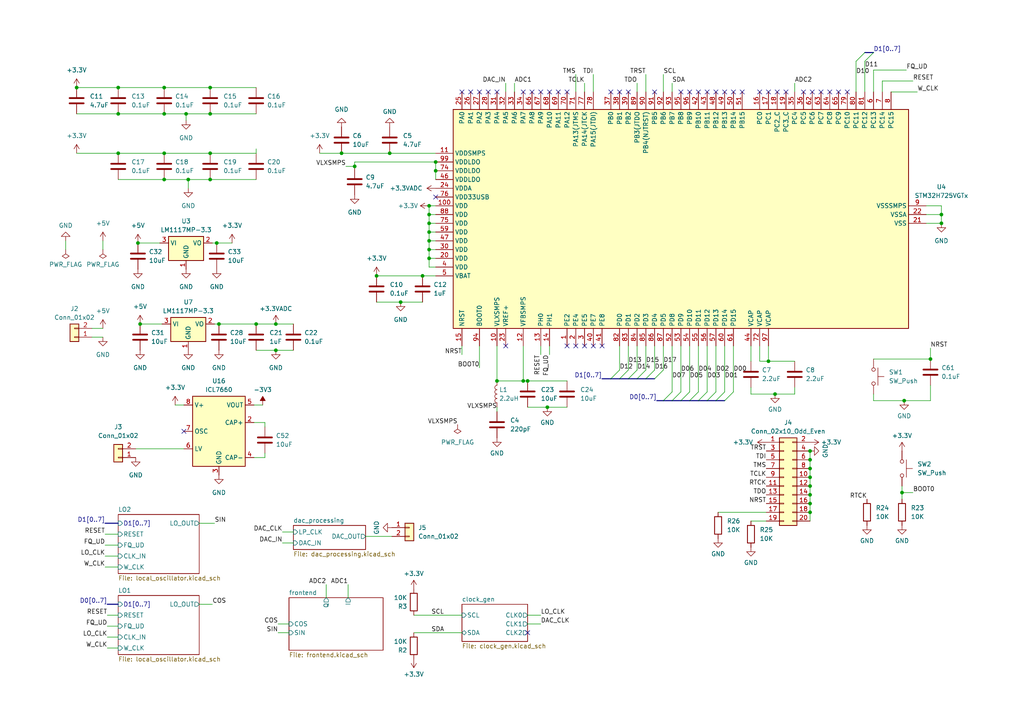
<source format=kicad_sch>
(kicad_sch (version 20230121) (generator eeschema)

  (uuid 8520eda6-8ea2-46c6-b936-856b6ab0ca14)

  (paper "A4")

  

  (junction (at 124.46 74.93) (diameter 0) (color 0 0 0 0)
    (uuid 001cb814-5c93-41d3-8de3-c74cb05c1abe)
  )
  (junction (at 269.875 104.14) (diameter 0) (color 0 0 0 0)
    (uuid 02269c7d-0ac2-4f74-90bf-c27c5cf06486)
  )
  (junction (at 261.62 142.875) (diameter 0) (color 0 0 0 0)
    (uuid 0cf4438e-91db-4980-a4ec-ab5fa16e846a)
  )
  (junction (at 124.46 64.77) (diameter 0) (color 0 0 0 0)
    (uuid 1abc60d4-acb4-4af5-bd6f-38e173967c6e)
  )
  (junction (at 124.46 69.85) (diameter 0) (color 0 0 0 0)
    (uuid 21851806-fb11-4180-9adf-e8afe0eafb3a)
  )
  (junction (at 47.625 44.45) (diameter 0) (color 0 0 0 0)
    (uuid 3538b336-3a6d-4b14-a22b-0172fd059099)
  )
  (junction (at 40.005 70.485) (diameter 0) (color 0 0 0 0)
    (uuid 3b1f6215-d663-486d-aa17-8bb5a267ab27)
  )
  (junction (at 34.29 33.02) (diameter 0) (color 0 0 0 0)
    (uuid 3d375a8d-5235-4abe-9f0c-2fa486086461)
  )
  (junction (at 60.96 25.4) (diameter 0) (color 0 0 0 0)
    (uuid 3da8f4dd-e12d-4946-a628-2f1baee6a4b3)
  )
  (junction (at 99.06 44.45) (diameter 0) (color 0 0 0 0)
    (uuid 40a800ec-d3f1-42ab-82c6-f1da8979ad5c)
  )
  (junction (at 54.61 52.07) (diameter 0) (color 0 0 0 0)
    (uuid 44336764-e33e-4f53-97e0-a2ee8b40f23e)
  )
  (junction (at 234.95 138.43) (diameter 0) (color 0 0 0 0)
    (uuid 4685e945-90fb-4995-bc9c-c324c6c1becd)
  )
  (junction (at 222.885 104.775) (diameter 0) (color 0 0 0 0)
    (uuid 48091bf6-aa66-4814-8e00-fc4c00e5dfd3)
  )
  (junction (at 116.205 87.63) (diameter 0) (color 0 0 0 0)
    (uuid 4dc8e745-7366-42db-a0e4-52ee9bc86b42)
  )
  (junction (at 102.87 48.26) (diameter 0) (color 0 0 0 0)
    (uuid 4e70bac6-5c01-4740-8ce9-0934b8286cde)
  )
  (junction (at 124.46 62.23) (diameter 0) (color 0 0 0 0)
    (uuid 588e6ae3-b50e-4ca4-b8a9-2ad2f39e77bc)
  )
  (junction (at 47.625 52.07) (diameter 0) (color 0 0 0 0)
    (uuid 5c712a11-d122-4a6a-9597-f76288cde5dc)
  )
  (junction (at 144.145 110.49) (diameter 0) (color 0 0 0 0)
    (uuid 5d3cf3e8-98f6-4d18-a6d5-a0095acf6686)
  )
  (junction (at 158.75 118.11) (diameter 0) (color 0 0 0 0)
    (uuid 6fb90090-24c9-4d35-ba6d-173d05da40d9)
  )
  (junction (at 40.64 93.98) (diameter 0) (color 0 0 0 0)
    (uuid 72d9a9f9-f7ba-42f6-888d-f185057727c2)
  )
  (junction (at 80.01 101.6) (diameter 0) (color 0 0 0 0)
    (uuid 73298084-1901-4033-b610-9a83e802c07b)
  )
  (junction (at 124.46 59.69) (diameter 0) (color 0 0 0 0)
    (uuid 7561055b-a235-485c-b87b-483db59c957e)
  )
  (junction (at 47.625 33.02) (diameter 0) (color 0 0 0 0)
    (uuid 838387cb-c64a-4f52-abfc-73294c39deee)
  )
  (junction (at 224.79 114.3) (diameter 0) (color 0 0 0 0)
    (uuid 865f2b7f-ce2f-4db7-9711-8fe9aef01ceb)
  )
  (junction (at 62.865 70.485) (diameter 0) (color 0 0 0 0)
    (uuid 8c0c2c95-0b3a-4d21-8c4f-b6dc99656bbe)
  )
  (junction (at 22.225 25.4) (diameter 0) (color 0 0 0 0)
    (uuid 8d7884e2-9e69-4cc4-80ac-8c9a6c1fe1dc)
  )
  (junction (at 60.96 33.02) (diameter 0) (color 0 0 0 0)
    (uuid 90ab65b0-f8f7-487f-9e0c-ea09b825bcd4)
  )
  (junction (at 60.96 44.45) (diameter 0) (color 0 0 0 0)
    (uuid 93c72025-ab91-4d79-8f72-edf7856e5358)
  )
  (junction (at 234.95 140.97) (diameter 0) (color 0 0 0 0)
    (uuid 98e08b8c-64c0-4889-b755-051f296d9e75)
  )
  (junction (at 60.96 52.07) (diameter 0) (color 0 0 0 0)
    (uuid a02ca9f6-9762-4055-b65f-b4439ef18e22)
  )
  (junction (at 234.95 148.59) (diameter 0) (color 0 0 0 0)
    (uuid a12c4f71-9d11-4212-98c7-2de31113220f)
  )
  (junction (at 234.95 146.05) (diameter 0) (color 0 0 0 0)
    (uuid a2aea04e-56d7-4eda-b209-d23e87706202)
  )
  (junction (at 124.46 72.39) (diameter 0) (color 0 0 0 0)
    (uuid a594be39-7435-4d88-aa0b-ded26c8ac536)
  )
  (junction (at 34.29 44.45) (diameter 0) (color 0 0 0 0)
    (uuid a5cc575d-3f7a-4f7f-a772-1618cb58e018)
  )
  (junction (at 47.625 25.4) (diameter 0) (color 0 0 0 0)
    (uuid ab9d855c-1c89-47fc-8e38-124e8f193189)
  )
  (junction (at 109.22 80.01) (diameter 0) (color 0 0 0 0)
    (uuid af3065ca-2b52-469c-9f9f-832f91433bb6)
  )
  (junction (at 262.255 116.205) (diameter 0) (color 0 0 0 0)
    (uuid b3466aa0-28cf-4fad-a34f-0efb0957e5a1)
  )
  (junction (at 53.975 33.02) (diameter 0) (color 0 0 0 0)
    (uuid ba5b02d6-7218-425d-8977-94ee7b8cffdb)
  )
  (junction (at 234.95 143.51) (diameter 0) (color 0 0 0 0)
    (uuid c40ab0d4-d441-4b33-a206-0ab972447945)
  )
  (junction (at 126.365 49.53) (diameter 0) (color 0 0 0 0)
    (uuid c70b992c-e8ce-4e41-aa34-a4edfd71a6be)
  )
  (junction (at 153.035 110.49) (diameter 0) (color 0 0 0 0)
    (uuid c960a969-32cf-418e-af14-61ad635466f7)
  )
  (junction (at 126.365 46.99) (diameter 0) (color 0 0 0 0)
    (uuid c9d78c12-006e-47e6-a062-32c72e5b3b25)
  )
  (junction (at 151.765 110.49) (diameter 0) (color 0 0 0 0)
    (uuid cd263ad6-4d51-4d96-9133-c0feb68ccd88)
  )
  (junction (at 234.95 135.89) (diameter 0) (color 0 0 0 0)
    (uuid d115f61a-39d6-4775-b835-5a19298d1472)
  )
  (junction (at 273.05 62.23) (diameter 0) (color 0 0 0 0)
    (uuid dd7e7a68-86d7-4152-a3e7-977578c2e427)
  )
  (junction (at 63.5 93.98) (diameter 0) (color 0 0 0 0)
    (uuid deb7f2f4-9b94-4f2e-a601-93c479432f4f)
  )
  (junction (at 234.95 130.81) (diameter 0) (color 0 0 0 0)
    (uuid df105c21-db27-478e-ba7b-0b748a07c6de)
  )
  (junction (at 74.295 93.98) (diameter 0) (color 0 0 0 0)
    (uuid e057da7a-2092-4e25-825e-beafa7c25f9b)
  )
  (junction (at 122.555 80.01) (diameter 0) (color 0 0 0 0)
    (uuid e842e330-fd93-45ff-b16b-5fe40d5eea93)
  )
  (junction (at 34.29 25.4) (diameter 0) (color 0 0 0 0)
    (uuid e9666db9-042c-4b1a-a92c-ef04a3bedb20)
  )
  (junction (at 234.95 133.35) (diameter 0) (color 0 0 0 0)
    (uuid e98a1b74-c58d-4d31-b97f-72592680ed64)
  )
  (junction (at 80.01 93.98) (diameter 0) (color 0 0 0 0)
    (uuid e9b40354-dbe3-484e-9240-fc5559c129a4)
  )
  (junction (at 124.46 67.31) (diameter 0) (color 0 0 0 0)
    (uuid ea3f3ed6-5138-4fd5-84a6-97a2c105e947)
  )
  (junction (at 273.05 64.77) (diameter 0) (color 0 0 0 0)
    (uuid f0821b5d-7a6b-4b3e-b9b9-3ee6a91b9743)
  )
  (junction (at 113.03 44.45) (diameter 0) (color 0 0 0 0)
    (uuid f9864fac-75b0-4bf2-bb0a-7d9f10a8186b)
  )

  (no_connect (at 189.865 26.67) (uuid 0727f6ce-f5d1-40b8-a1b9-8cccace60861))
  (no_connect (at 136.525 26.67) (uuid 165a6fc1-e603-48c3-a4ec-b866e2d8ed77))
  (no_connect (at 177.165 26.67) (uuid 17bcb4c2-8b43-4eb6-9a73-ae68fbb6f7d1))
  (no_connect (at 197.485 26.67) (uuid 1d356966-af4d-4028-be66-fbcdde81872f))
  (no_connect (at 156.845 26.67) (uuid 1f479bf3-acad-4717-9863-c967c4a9e6c7))
  (no_connect (at 225.425 26.67) (uuid 217a7215-8409-41ef-8bfe-ed7a16462c2b))
  (no_connect (at 182.245 26.67) (uuid 24177fbd-3b55-4c7e-a129-2edb4a615270))
  (no_connect (at 238.125 26.67) (uuid 2a17c08c-5a2a-423d-a483-30386384dd8c))
  (no_connect (at 179.705 26.67) (uuid 2a8fc393-6108-444b-95f8-aa3469b1b07e))
  (no_connect (at 240.665 26.67) (uuid 30c2c9f2-353d-48bd-b297-1cbcd138381a))
  (no_connect (at 215.265 26.67) (uuid 374b91fd-fa1e-488d-8d42-bd8ce76597ff))
  (no_connect (at 212.725 26.67) (uuid 3880f4fa-1921-40b7-8425-22ff1a9b2d1a))
  (no_connect (at 139.065 26.67) (uuid 42cdd0bf-a15c-49c2-9414-8d5fbdf49ae6))
  (no_connect (at 174.625 100.33) (uuid 4587ac96-2e26-466d-8c8b-26147e50b3f7))
  (no_connect (at 202.565 26.67) (uuid 49301fa7-ceeb-4b75-b2a4-20f23a9fa8b0))
  (no_connect (at 233.045 26.67) (uuid 4940066c-7c0b-4774-95c2-a3f50416ca42))
  (no_connect (at 164.465 100.33) (uuid 4d30f582-80ed-45e7-b97f-42d524077300))
  (no_connect (at 245.745 26.67) (uuid 69aac2d3-58c1-417a-9624-d8d2739b2a2b))
  (no_connect (at 200.025 26.67) (uuid 6bc25d4e-77a2-431f-aa6b-efedbc68bea3))
  (no_connect (at 159.385 26.67) (uuid 7bb440cd-00c1-4024-989e-938b38ee329c))
  (no_connect (at 146.685 100.33) (uuid 7f3f8f32-06cc-4ec1-a0d8-d4807b2e4b9f))
  (no_connect (at 144.145 26.67) (uuid 85c471b9-388d-46f3-9b9b-40557dea8f08))
  (no_connect (at 133.985 26.67) (uuid a0b86e10-a303-49ed-8dc2-2b24b61039a7))
  (no_connect (at 154.305 26.67) (uuid a5dee010-33e1-4272-9fe2-35fcab34bc7f))
  (no_connect (at 53.34 125.095) (uuid a64a76e8-9a5a-4f45-988a-8820bf10304f))
  (no_connect (at 167.005 100.33) (uuid a8e4c826-f2ab-441f-a285-068daead4a44))
  (no_connect (at 141.605 26.67) (uuid af372112-9622-4b5e-900a-19e2518eb458))
  (no_connect (at 220.345 26.67) (uuid bf0be700-baad-4279-96f7-8e4610f637af))
  (no_connect (at 169.545 100.33) (uuid bf6e4b5e-74a2-44eb-b6a4-6e57007f095d))
  (no_connect (at 153.035 183.515) (uuid caca453d-d720-4bd6-a696-a2f4a1221b3d))
  (no_connect (at 243.205 26.67) (uuid ccc0fd35-1d9c-46aa-acfd-761bcecfa7f7))
  (no_connect (at 164.465 26.67) (uuid cd390bdd-c96b-4255-84e2-416eb891c1b7))
  (no_connect (at 207.645 26.67) (uuid d0e6da6f-6623-47d1-80a6-f99e4196b605))
  (no_connect (at 210.185 26.67) (uuid dbde3bb8-b67b-47e8-8994-94fa0444902d))
  (no_connect (at 227.965 26.67) (uuid e4e6b0a0-cf3d-45f5-9eb4-a138c45232bd))
  (no_connect (at 161.925 26.67) (uuid effdb286-6e6f-42f5-8296-1100f493f9d4))
  (no_connect (at 172.085 100.33) (uuid f2b485bf-6131-4f06-ba4c-db8f9f94d60d))
  (no_connect (at 222.885 26.67) (uuid f7855c29-209f-4d33-9531-236da7930a73))
  (no_connect (at 235.585 26.67) (uuid fa7da8f9-1d71-4aa5-a90b-b51ee4a94ccf))
  (no_connect (at 205.105 26.67) (uuid fb4145b5-5a33-4cd0-abc4-5a11c14c7523))
  (no_connect (at 126.365 57.15) (uuid fc3a6694-0742-4d97-987b-a9253fc6b6c8))
  (no_connect (at 151.765 26.67) (uuid fef954e6-47e3-4277-a0db-7b3a009faa20))

  (bus_entry (at 250.825 15.24) (size -2.54 2.54)
    (stroke (width 0) (type default))
    (uuid 021e4b3b-8d09-4316-8f41-73d86c78ffc1)
  )
  (bus_entry (at 200.025 116.205) (size 2.54 -2.54)
    (stroke (width 0) (type default))
    (uuid 0b6af008-a565-45a8-abf8-385c2cfa861d)
  )
  (bus_entry (at 189.865 109.855) (size 2.54 -2.54)
    (stroke (width 0) (type default))
    (uuid 14a89589-daa2-432c-a9e1-b0e6c2187069)
  )
  (bus_entry (at 197.485 116.205) (size 2.54 -2.54)
    (stroke (width 0) (type default))
    (uuid 1b852516-7be1-4396-a110-1923668f79ab)
  )
  (bus_entry (at 184.785 109.855) (size 2.54 -2.54)
    (stroke (width 0) (type default))
    (uuid 4eeae5aa-96ab-47a0-a751-d93a5d489009)
  )
  (bus_entry (at 253.365 15.24) (size -2.54 2.54)
    (stroke (width 0) (type default))
    (uuid 6c5cc3a8-f7b9-490c-ac1d-6fd800ab27e9)
  )
  (bus_entry (at 207.645 116.205) (size 2.54 -2.54)
    (stroke (width 0) (type default))
    (uuid 7cf97915-f2df-4e6c-9ed9-7b39e53e40c0)
  )
  (bus_entry (at 205.105 116.205) (size 2.54 -2.54)
    (stroke (width 0) (type default))
    (uuid 918b8e29-5d6b-46a2-af1c-dc235031dfb0)
  )
  (bus_entry (at 210.185 116.205) (size 2.54 -2.54)
    (stroke (width 0) (type default))
    (uuid a54c3241-8e7c-42b3-af18-5a3d5fc040d5)
  )
  (bus_entry (at 182.245 109.855) (size 2.54 -2.54)
    (stroke (width 0) (type default))
    (uuid ad5f066e-0ab2-4d90-a681-ad9ff92f3d8c)
  )
  (bus_entry (at 177.165 109.855) (size 2.54 -2.54)
    (stroke (width 0) (type default))
    (uuid b2cf3a6d-c1ba-4a6d-9c55-f47615007b9c)
  )
  (bus_entry (at 194.945 116.205) (size 2.54 -2.54)
    (stroke (width 0) (type default))
    (uuid babda99b-c307-4b99-bdfa-af35b37d4e58)
  )
  (bus_entry (at 192.405 116.205) (size 2.54 -2.54)
    (stroke (width 0) (type default))
    (uuid c6d056c5-8de8-4a4f-9872-5982d4c327f3)
  )
  (bus_entry (at 187.325 109.855) (size 2.54 -2.54)
    (stroke (width 0) (type default))
    (uuid e4e385fa-ea4d-4f0a-8526-e37e3348a633)
  )
  (bus_entry (at 202.565 116.205) (size 2.54 -2.54)
    (stroke (width 0) (type default))
    (uuid e743815d-6911-4e1b-a896-d6c4393399bd)
  )
  (bus_entry (at 179.705 109.855) (size 2.54 -2.54)
    (stroke (width 0) (type default))
    (uuid f422b12b-31f0-4dfc-8345-0d18f11ee3f6)
  )

  (wire (pts (xy 57.785 175.26) (xy 61.595 175.26))
    (stroke (width 0) (type default))
    (uuid 008bf9b0-751e-473f-bba2-f6166decf7e5)
  )
  (wire (pts (xy 100.33 48.26) (xy 102.87 48.26))
    (stroke (width 0) (type default))
    (uuid 00fe5160-496c-4c6d-8933-f37d3beab8ff)
  )
  (wire (pts (xy 22.225 44.45) (xy 34.29 44.45))
    (stroke (width 0) (type default))
    (uuid 01718aa2-a76a-42a6-be93-56d8780e391c)
  )
  (wire (pts (xy 74.295 101.6) (xy 80.01 101.6))
    (stroke (width 0) (type default))
    (uuid 01f470d8-13c2-4449-9d9f-b93c36338987)
  )
  (wire (pts (xy 80.01 101.6) (xy 85.09 101.6))
    (stroke (width 0) (type default))
    (uuid 0313fb54-f50c-44d4-8632-ed6dcd8a0f94)
  )
  (wire (pts (xy 81.915 157.48) (xy 85.09 157.48))
    (stroke (width 0) (type default))
    (uuid 0441fb4f-7791-43e9-8b78-8611e073ed95)
  )
  (wire (pts (xy 133.985 100.33) (xy 133.985 102.87))
    (stroke (width 0) (type default))
    (uuid 088d9ef7-53e6-4fbd-b966-39aba8c4b374)
  )
  (wire (pts (xy 151.765 100.33) (xy 151.765 110.49))
    (stroke (width 0) (type default))
    (uuid 08e87432-efd9-4eab-8154-17dfdde04ac3)
  )
  (wire (pts (xy 234.95 130.81) (xy 234.95 133.35))
    (stroke (width 0) (type default))
    (uuid 0b01c096-9521-48bc-8a5c-3cb953e8cc6e)
  )
  (wire (pts (xy 189.865 100.33) (xy 189.865 107.315))
    (stroke (width 0) (type default))
    (uuid 0b41133a-d9ae-4dbf-a450-5cd2bb2c95b9)
  )
  (wire (pts (xy 208.28 148.59) (xy 222.25 148.59))
    (stroke (width 0) (type default))
    (uuid 0bfc159a-5260-46ce-b29b-1c487edc8b86)
  )
  (wire (pts (xy 34.29 44.45) (xy 47.625 44.45))
    (stroke (width 0) (type default))
    (uuid 0dfbc6fe-874c-449b-b27d-2320e3622cad)
  )
  (wire (pts (xy 156.845 100.33) (xy 156.845 102.87))
    (stroke (width 0) (type default))
    (uuid 0e02dae2-f0d4-43d4-b9af-d62c5453899a)
  )
  (wire (pts (xy 158.75 118.11) (xy 164.465 118.11))
    (stroke (width 0) (type default))
    (uuid 0f3a7b17-673b-43a3-97b3-034aaa812707)
  )
  (wire (pts (xy 253.365 116.205) (xy 262.255 116.205))
    (stroke (width 0) (type default))
    (uuid 116c262a-ae2c-4042-9d69-b230f380e5e0)
  )
  (wire (pts (xy 212.725 100.33) (xy 212.725 113.665))
    (stroke (width 0) (type default))
    (uuid 117a8dcd-abba-4998-b3ad-7bd31b911f87)
  )
  (wire (pts (xy 255.905 23.495) (xy 264.795 23.495))
    (stroke (width 0) (type default))
    (uuid 122585e4-63f8-4df2-a88c-72d058bc4d04)
  )
  (wire (pts (xy 74.295 43.18) (xy 74.295 44.45))
    (stroke (width 0) (type default))
    (uuid 128d1907-c1d0-4645-b3fa-a1e7f6ceb554)
  )
  (wire (pts (xy 197.485 100.33) (xy 197.485 113.665))
    (stroke (width 0) (type default))
    (uuid 13778348-2c97-4aef-b0f4-7086b63cc0d9)
  )
  (wire (pts (xy 54.61 52.07) (xy 54.61 54.61))
    (stroke (width 0) (type default))
    (uuid 1548a193-8a4c-4278-b824-1e310e7264f6)
  )
  (wire (pts (xy 63.5 93.98) (xy 74.295 93.98))
    (stroke (width 0) (type default))
    (uuid 17234ab9-4e68-40d8-bfd6-96cf3f597eb8)
  )
  (wire (pts (xy 29.845 69.85) (xy 29.845 72.39))
    (stroke (width 0) (type default))
    (uuid 1ad3fd36-c4a8-4231-8ed3-4ff0182684a4)
  )
  (wire (pts (xy 210.185 100.33) (xy 210.185 113.665))
    (stroke (width 0) (type default))
    (uuid 1c37692f-f9c5-44bc-875b-a48486fe6f15)
  )
  (wire (pts (xy 116.205 87.63) (xy 122.555 87.63))
    (stroke (width 0) (type default))
    (uuid 1cd6958f-f7b1-46ad-9e2d-b6f9d0af553f)
  )
  (bus (pts (xy 184.785 109.855) (xy 182.245 109.855))
    (stroke (width 0) (type default))
    (uuid 21aa005e-9745-4fbe-96e6-94a538e7ead1)
  )

  (wire (pts (xy 102.87 48.26) (xy 102.87 48.895))
    (stroke (width 0) (type default))
    (uuid 22e595d3-330c-40e6-8a5b-13f79d11b162)
  )
  (wire (pts (xy 76.835 132.715) (xy 76.835 131.445))
    (stroke (width 0) (type default))
    (uuid 2565eac8-4a85-4575-bfce-be0d3047ee60)
  )
  (wire (pts (xy 73.66 117.475) (xy 76.2 117.475))
    (stroke (width 0) (type default))
    (uuid 25df4cf1-9879-4e91-9206-99171ecc7832)
  )
  (wire (pts (xy 47.625 52.07) (xy 54.61 52.07))
    (stroke (width 0) (type default))
    (uuid 265c4cf9-1bd1-432d-b9f7-99f27519d326)
  )
  (wire (pts (xy 153.035 180.975) (xy 156.845 180.975))
    (stroke (width 0) (type default))
    (uuid 27152d4d-d5c4-46cc-a738-832dbe9b57b4)
  )
  (wire (pts (xy 40.64 93.98) (xy 46.99 93.98))
    (stroke (width 0) (type default))
    (uuid 291e40b1-bdc5-4cd2-b58e-e8189287c16c)
  )
  (wire (pts (xy 230.505 112.395) (xy 230.505 114.3))
    (stroke (width 0) (type default))
    (uuid 296bf757-3c0b-494e-92a3-e930d3ffbe50)
  )
  (wire (pts (xy 30.48 164.465) (xy 34.29 164.465))
    (stroke (width 0) (type default))
    (uuid 2b384ae0-314d-48e1-9144-1ecc4bcf11e1)
  )
  (wire (pts (xy 30.48 161.29) (xy 34.29 161.29))
    (stroke (width 0) (type default))
    (uuid 2da4d9c7-476d-4167-a419-e3f21966eea5)
  )
  (wire (pts (xy 34.29 33.02) (xy 47.625 33.02))
    (stroke (width 0) (type default))
    (uuid 2e5fef62-59a9-4e92-899d-402f64ea7c32)
  )
  (wire (pts (xy 144.145 110.49) (xy 151.765 110.49))
    (stroke (width 0) (type default))
    (uuid 2ed74cc9-bdac-4ace-a3ee-d157236c5f66)
  )
  (wire (pts (xy 113.03 44.45) (xy 126.365 44.45))
    (stroke (width 0) (type default))
    (uuid 2ee90013-c198-4329-a036-6175b68ce8ff)
  )
  (wire (pts (xy 62.865 70.485) (xy 67.31 70.485))
    (stroke (width 0) (type default))
    (uuid 30df5eba-74dc-4d9f-aff3-733dbcd8ea1e)
  )
  (wire (pts (xy 124.46 67.31) (xy 126.365 67.31))
    (stroke (width 0) (type default))
    (uuid 3140ea10-0181-47b3-b3aa-3b9b63f2971e)
  )
  (wire (pts (xy 269.875 100.965) (xy 269.875 104.14))
    (stroke (width 0) (type default))
    (uuid 3275bf57-6d8a-4502-9d84-dbe40f682550)
  )
  (bus (pts (xy 190.5 116.205) (xy 192.405 116.205))
    (stroke (width 0) (type default))
    (uuid 33509e80-99e5-4935-a522-492f181e4793)
  )

  (wire (pts (xy 234.95 148.59) (xy 234.95 151.13))
    (stroke (width 0) (type default))
    (uuid 3667a2d9-4354-48aa-ac9e-b3bcfc5c8567)
  )
  (wire (pts (xy 234.95 143.51) (xy 234.95 146.05))
    (stroke (width 0) (type default))
    (uuid 36c698ad-94f3-4134-8f15-e14c0aabc40d)
  )
  (wire (pts (xy 167.005 21.59) (xy 167.005 26.67))
    (stroke (width 0) (type default))
    (uuid 36cdb1e2-835f-4551-b6af-933fc5ef6ad8)
  )
  (wire (pts (xy 73.66 132.715) (xy 76.835 132.715))
    (stroke (width 0) (type default))
    (uuid 3a7e9a20-05ed-49b4-86d8-2a4b6c960f08)
  )
  (bus (pts (xy 202.565 116.205) (xy 205.105 116.205))
    (stroke (width 0) (type default))
    (uuid 3a7f7a07-b8fb-4789-b9a5-327320915e81)
  )

  (wire (pts (xy 159.385 100.33) (xy 159.385 102.87))
    (stroke (width 0) (type default))
    (uuid 3adb7d15-2c90-40bd-89ee-54ff0c0ff80f)
  )
  (wire (pts (xy 153.035 178.435) (xy 156.845 178.435))
    (stroke (width 0) (type default))
    (uuid 3b3a61a5-5925-450a-8702-08c4aa18616c)
  )
  (wire (pts (xy 73.66 122.555) (xy 76.835 122.555))
    (stroke (width 0) (type default))
    (uuid 3bba2f89-3156-443e-a87e-8d1a7765c5c3)
  )
  (wire (pts (xy 124.46 62.23) (xy 124.46 64.77))
    (stroke (width 0) (type default))
    (uuid 3d2ed7a4-9a04-4b56-bcb7-9740906bc54f)
  )
  (wire (pts (xy 144.145 100.33) (xy 144.145 110.49))
    (stroke (width 0) (type default))
    (uuid 420dddef-0744-4fb3-885e-502e8c78af8c)
  )
  (wire (pts (xy 124.46 59.69) (xy 124.46 62.23))
    (stroke (width 0) (type default))
    (uuid 4296e21d-41d2-46f1-8d5d-19df72276cc7)
  )
  (wire (pts (xy 222.885 104.775) (xy 230.505 104.775))
    (stroke (width 0) (type default))
    (uuid 452b51a6-e89b-4d40-88c4-8d69c29f8a94)
  )
  (wire (pts (xy 184.785 100.33) (xy 184.785 107.315))
    (stroke (width 0) (type default))
    (uuid 45733607-1753-498e-96d5-06fd99d2e0ee)
  )
  (wire (pts (xy 139.065 100.33) (xy 139.065 106.68))
    (stroke (width 0) (type default))
    (uuid 46103cef-9d7f-47ac-94e7-062e1e18e882)
  )
  (wire (pts (xy 47.625 44.45) (xy 60.96 44.45))
    (stroke (width 0) (type default))
    (uuid 4747e616-0a45-4d3f-8445-c43da4009ce1)
  )
  (wire (pts (xy 34.29 25.4) (xy 47.625 25.4))
    (stroke (width 0) (type default))
    (uuid 476be6b7-d6a3-4325-8eb7-c28ce4ca013b)
  )
  (wire (pts (xy 230.505 24.13) (xy 230.505 26.67))
    (stroke (width 0) (type default))
    (uuid 47debbbf-e7d4-451e-8558-3cb5354d6fbd)
  )
  (bus (pts (xy 250.825 15.24) (xy 253.365 15.24))
    (stroke (width 0) (type default))
    (uuid 4b24aa6f-1cf6-43fc-82aa-d93025ad6755)
  )

  (wire (pts (xy 81.915 154.305) (xy 85.09 154.305))
    (stroke (width 0) (type default))
    (uuid 4b906003-917c-47f0-9987-6ce18ac8b342)
  )
  (wire (pts (xy 22.225 25.4) (xy 34.29 25.4))
    (stroke (width 0) (type default))
    (uuid 4ba104ee-265a-40c0-bc34-f18274f74446)
  )
  (wire (pts (xy 217.805 114.3) (xy 224.79 114.3))
    (stroke (width 0) (type default))
    (uuid 4c034e18-c87d-4c35-892f-b890bfd57475)
  )
  (wire (pts (xy 124.46 74.93) (xy 126.365 74.93))
    (stroke (width 0) (type default))
    (uuid 4cc92071-cebf-4dcf-bede-fa5d86af8ec6)
  )
  (wire (pts (xy 261.62 140.97) (xy 261.62 142.875))
    (stroke (width 0) (type default))
    (uuid 4d2880b5-1f1f-4e21-91ee-b20df998b134)
  )
  (wire (pts (xy 182.245 100.33) (xy 182.245 107.315))
    (stroke (width 0) (type default))
    (uuid 4e9b59f8-48f9-4b6a-9afc-017005959450)
  )
  (wire (pts (xy 250.825 17.78) (xy 250.825 26.67))
    (stroke (width 0) (type default))
    (uuid 4fefafe4-00b6-4975-a245-47c1be851602)
  )
  (wire (pts (xy 248.285 17.78) (xy 248.285 26.67))
    (stroke (width 0) (type default))
    (uuid 50d6d376-f7ef-40cc-ada3-2133c2482f71)
  )
  (wire (pts (xy 60.96 44.45) (xy 74.295 44.45))
    (stroke (width 0) (type default))
    (uuid 50e36507-f631-4459-83e6-076bdd593fad)
  )
  (wire (pts (xy 62.23 93.98) (xy 63.5 93.98))
    (stroke (width 0) (type default))
    (uuid 512ca54d-c6e1-45c3-a855-6e9411e7ff26)
  )
  (wire (pts (xy 255.905 23.495) (xy 255.905 26.67))
    (stroke (width 0) (type default))
    (uuid 54aa8e66-7310-4aef-8a9b-afcdaf1ca7ca)
  )
  (wire (pts (xy 153.035 110.49) (xy 164.465 110.49))
    (stroke (width 0) (type default))
    (uuid 55034bb2-3bd4-4e57-9892-069c208a0dd8)
  )
  (wire (pts (xy 124.46 64.77) (xy 124.46 67.31))
    (stroke (width 0) (type default))
    (uuid 58ba9dd6-c923-4fc3-9262-c80051760892)
  )
  (wire (pts (xy 273.05 62.23) (xy 273.05 64.77))
    (stroke (width 0) (type default))
    (uuid 59f15ed5-eaff-4ba3-8b4c-582ba0dab034)
  )
  (wire (pts (xy 109.22 87.63) (xy 116.205 87.63))
    (stroke (width 0) (type default))
    (uuid 5ac88b3d-52ab-43e1-bfde-b1fd645afb6c)
  )
  (wire (pts (xy 53.975 33.02) (xy 53.975 34.925))
    (stroke (width 0) (type default))
    (uuid 5edb50c5-f169-4291-9f99-ab61cfe9d44f)
  )
  (wire (pts (xy 253.365 20.32) (xy 262.89 20.32))
    (stroke (width 0) (type default))
    (uuid 5f765a2a-a769-4c6f-be6f-0b932c505997)
  )
  (bus (pts (xy 189.865 109.855) (xy 187.325 109.855))
    (stroke (width 0) (type default))
    (uuid 603a6c24-cf75-44d3-a9c1-012d7a42f477)
  )

  (wire (pts (xy 234.95 140.97) (xy 234.95 143.51))
    (stroke (width 0) (type default))
    (uuid 61b6c821-c3ab-41f1-b604-4f3e9b8c5b0b)
  )
  (wire (pts (xy 124.46 67.31) (xy 124.46 69.85))
    (stroke (width 0) (type default))
    (uuid 6248f6f2-3a2f-428b-8786-570f66144971)
  )
  (wire (pts (xy 124.46 62.23) (xy 126.365 62.23))
    (stroke (width 0) (type default))
    (uuid 63f6725e-f2bc-4c77-b5b9-ee1a946fb971)
  )
  (wire (pts (xy 153.035 118.11) (xy 158.75 118.11))
    (stroke (width 0) (type default))
    (uuid 690b0891-6e49-4968-ad99-5a832704b013)
  )
  (wire (pts (xy 76.835 122.555) (xy 76.835 123.825))
    (stroke (width 0) (type default))
    (uuid 69100f14-c3ce-4ba7-bb91-a387301d3a9a)
  )
  (wire (pts (xy 124.46 72.39) (xy 124.46 74.93))
    (stroke (width 0) (type default))
    (uuid 6cca0439-2e13-47ee-a82b-2889ab25d75d)
  )
  (wire (pts (xy 122.555 80.01) (xy 126.365 80.01))
    (stroke (width 0) (type default))
    (uuid 6e8bac89-b1c1-4267-8604-6e72308dc755)
  )
  (bus (pts (xy 200.025 116.205) (xy 202.565 116.205))
    (stroke (width 0) (type default))
    (uuid 6f52eca9-96ae-4403-a39c-0b357dbcd1f2)
  )
  (bus (pts (xy 174.625 109.855) (xy 177.165 109.855))
    (stroke (width 0) (type default))
    (uuid 713b64e8-8ca1-4eaf-9ec5-0820cc848b34)
  )

  (wire (pts (xy 194.945 24.13) (xy 194.945 26.67))
    (stroke (width 0) (type default))
    (uuid 7189ad5f-3fb7-44e0-9221-fd66c3c65b10)
  )
  (wire (pts (xy 169.545 24.13) (xy 169.545 26.67))
    (stroke (width 0) (type default))
    (uuid 73e7ee22-908a-4f9d-82cf-2604f87b108a)
  )
  (wire (pts (xy 39.37 130.175) (xy 53.34 130.175))
    (stroke (width 0) (type default))
    (uuid 744b1f7c-9902-422c-9852-5a4e6ebca084)
  )
  (bus (pts (xy 194.945 116.205) (xy 197.485 116.205))
    (stroke (width 0) (type default))
    (uuid 76caf375-714c-4127-bded-e77229ac322c)
  )

  (wire (pts (xy 47.625 25.4) (xy 60.96 25.4))
    (stroke (width 0) (type default))
    (uuid 76d1bd6a-e4a2-4d58-bef6-5c2b70530c87)
  )
  (wire (pts (xy 124.46 74.93) (xy 124.46 77.47))
    (stroke (width 0) (type default))
    (uuid 76dbe8ad-347d-479d-9cd9-202b26f33e7f)
  )
  (wire (pts (xy 149.225 24.13) (xy 149.225 26.67))
    (stroke (width 0) (type default))
    (uuid 77085569-c675-4a8f-85b6-d0420304d191)
  )
  (wire (pts (xy 57.785 151.765) (xy 62.23 151.765))
    (stroke (width 0) (type default))
    (uuid 776c3ea8-e115-4b10-a8f7-ac042fd21e53)
  )
  (wire (pts (xy 205.105 100.33) (xy 205.105 113.665))
    (stroke (width 0) (type default))
    (uuid 788f7f29-72e5-4d2d-978c-e670a0ae3471)
  )
  (wire (pts (xy 253.365 104.14) (xy 269.875 104.14))
    (stroke (width 0) (type default))
    (uuid 78f0d6a0-f367-4ceb-b2e3-bedb9c7a50dc)
  )
  (wire (pts (xy 120.015 183.515) (xy 133.985 183.515))
    (stroke (width 0) (type default))
    (uuid 7a81338b-25f3-4735-a36b-8915d2a73e6a)
  )
  (wire (pts (xy 124.46 69.85) (xy 126.365 69.85))
    (stroke (width 0) (type default))
    (uuid 7bea1f84-d66d-414e-b0a1-d44c9218f280)
  )
  (wire (pts (xy 31.115 181.61) (xy 34.29 181.61))
    (stroke (width 0) (type default))
    (uuid 7c211524-01cf-49a7-9ce9-ab2e0aebea09)
  )
  (wire (pts (xy 80.645 180.975) (xy 83.82 180.975))
    (stroke (width 0) (type default))
    (uuid 7cb7676b-02b1-4a2c-a0a0-67c97d816003)
  )
  (bus (pts (xy 207.645 116.205) (xy 210.185 116.205))
    (stroke (width 0) (type default))
    (uuid 7f714cce-b08e-4f65-9fad-cd75cdc47919)
  )
  (bus (pts (xy 205.105 116.205) (xy 207.645 116.205))
    (stroke (width 0) (type default))
    (uuid 7fd82cfc-9271-4cc6-ab3f-8b6b724539e7)
  )

  (wire (pts (xy 124.46 69.85) (xy 124.46 72.39))
    (stroke (width 0) (type default))
    (uuid 803edbec-1f82-454f-87ea-d6cc9afffece)
  )
  (wire (pts (xy 61.595 70.485) (xy 62.865 70.485))
    (stroke (width 0) (type default))
    (uuid 808f4269-3e83-475c-9724-984d1eb95eef)
  )
  (wire (pts (xy 40.005 70.485) (xy 46.355 70.485))
    (stroke (width 0) (type default))
    (uuid 87cfaa54-6cf6-433a-adb7-2c814c3928da)
  )
  (wire (pts (xy 268.605 64.77) (xy 273.05 64.77))
    (stroke (width 0) (type default))
    (uuid 899c45b2-fd7d-4b52-bc56-bb904869077d)
  )
  (bus (pts (xy 197.485 116.205) (xy 200.025 116.205))
    (stroke (width 0) (type default))
    (uuid 8c9e5402-89fe-4f72-ac0d-d7956934dcab)
  )

  (wire (pts (xy 187.325 21.59) (xy 187.325 26.67))
    (stroke (width 0) (type default))
    (uuid 907116b9-dd3b-447a-9df8-084a9da6e6ab)
  )
  (wire (pts (xy 102.87 46.99) (xy 102.87 48.26))
    (stroke (width 0) (type default))
    (uuid 90b9bc12-e2a0-4982-8306-3012c591d8e4)
  )
  (wire (pts (xy 258.445 26.67) (xy 266.065 26.67))
    (stroke (width 0) (type default))
    (uuid 91513e1f-b4cb-48b4-948e-932e3b2b5f26)
  )
  (wire (pts (xy 92.71 44.45) (xy 99.06 44.45))
    (stroke (width 0) (type default))
    (uuid 91acc310-ddda-401b-9057-f83e0f2cf565)
  )
  (wire (pts (xy 269.875 111.76) (xy 269.875 116.205))
    (stroke (width 0) (type default))
    (uuid 94b88a9c-e058-47bd-9e75-db6190b32886)
  )
  (wire (pts (xy 144.145 118.11) (xy 144.145 119.38))
    (stroke (width 0) (type default))
    (uuid 94efca24-8024-4f8a-896b-e5a32e9d9eda)
  )
  (wire (pts (xy 19.05 69.85) (xy 19.05 72.39))
    (stroke (width 0) (type default))
    (uuid 96a9ff6b-36c1-4f06-8799-691147e0f795)
  )
  (wire (pts (xy 192.405 100.33) (xy 192.405 107.315))
    (stroke (width 0) (type default))
    (uuid 97655c28-e984-42a3-b86a-d14a7192b40c)
  )
  (wire (pts (xy 80.01 93.98) (xy 85.09 93.98))
    (stroke (width 0) (type default))
    (uuid 97bff4eb-03f7-4c93-9d4a-21b334447366)
  )
  (bus (pts (xy 182.245 109.855) (xy 179.705 109.855))
    (stroke (width 0) (type default))
    (uuid 9a6672c0-ca6f-4c64-b7e1-57e111f82d90)
  )

  (wire (pts (xy 60.96 52.07) (xy 74.295 52.07))
    (stroke (width 0) (type default))
    (uuid 9ae313f5-6623-4db7-9650-e64c2b83de44)
  )
  (wire (pts (xy 109.22 80.01) (xy 122.555 80.01))
    (stroke (width 0) (type default))
    (uuid 9e149619-9335-4459-ab78-457df7e7f2ae)
  )
  (wire (pts (xy 54.61 52.07) (xy 60.96 52.07))
    (stroke (width 0) (type default))
    (uuid 9eb47d19-2de0-4352-abc7-419d152a07fa)
  )
  (wire (pts (xy 194.945 100.33) (xy 194.945 113.665))
    (stroke (width 0) (type default))
    (uuid a5253059-72c4-4f22-a3de-f06c99268df7)
  )
  (wire (pts (xy 124.46 72.39) (xy 126.365 72.39))
    (stroke (width 0) (type default))
    (uuid a9355ad8-b477-4013-abc7-78c9ccf7f988)
  )
  (bus (pts (xy 187.325 109.855) (xy 184.785 109.855))
    (stroke (width 0) (type default))
    (uuid aa3f7690-761f-483b-a2e5-b5f6e0dea915)
  )

  (wire (pts (xy 26.67 95.25) (xy 29.845 95.25))
    (stroke (width 0) (type default))
    (uuid aa7ffc22-f39e-4d42-914e-9875e44ee917)
  )
  (bus (pts (xy 192.405 116.205) (xy 194.945 116.205))
    (stroke (width 0) (type default))
    (uuid ab330a08-915b-457d-bdcc-2808ce047bba)
  )

  (wire (pts (xy 126.365 49.53) (xy 126.365 52.07))
    (stroke (width 0) (type default))
    (uuid b02bf3e6-27c8-40ed-8b76-cf72348697d5)
  )
  (wire (pts (xy 124.46 64.77) (xy 126.365 64.77))
    (stroke (width 0) (type default))
    (uuid b0acb556-3004-4204-abfb-d6c39a4e2e59)
  )
  (wire (pts (xy 146.685 24.13) (xy 146.685 26.67))
    (stroke (width 0) (type default))
    (uuid b58aac5b-4355-4092-b5b6-265e0276c142)
  )
  (wire (pts (xy 184.785 24.13) (xy 184.785 26.67))
    (stroke (width 0) (type default))
    (uuid b8be2546-402a-47a0-9493-9972045e4288)
  )
  (wire (pts (xy 253.365 114.3) (xy 253.365 116.205))
    (stroke (width 0) (type default))
    (uuid b934ee1b-4012-4abf-a7ad-82f04b308b81)
  )
  (wire (pts (xy 222.885 100.33) (xy 222.885 104.775))
    (stroke (width 0) (type default))
    (uuid bc4d703c-b718-4ca3-8c4a-3b6c419ce138)
  )
  (wire (pts (xy 151.765 110.49) (xy 153.035 110.49))
    (stroke (width 0) (type default))
    (uuid bca68c97-f6e8-49bc-bb4d-2cb963fe9152)
  )
  (wire (pts (xy 268.605 62.23) (xy 273.05 62.23))
    (stroke (width 0) (type default))
    (uuid bd170868-283d-46b5-a048-3c07f42e7310)
  )
  (wire (pts (xy 220.345 104.775) (xy 220.345 100.33))
    (stroke (width 0) (type default))
    (uuid bd633e5a-f526-4bf8-9497-9aad40734dd9)
  )
  (wire (pts (xy 172.085 21.59) (xy 172.085 26.67))
    (stroke (width 0) (type default))
    (uuid bf9f3090-10b4-49da-99f6-4ed30f599238)
  )
  (wire (pts (xy 192.405 21.59) (xy 192.405 26.67))
    (stroke (width 0) (type default))
    (uuid c10bad34-a95a-41ac-8c0f-42dd9417f142)
  )
  (wire (pts (xy 60.96 25.4) (xy 74.295 25.4))
    (stroke (width 0) (type default))
    (uuid c1f5e75d-d454-4e35-b30d-1c70d728995b)
  )
  (wire (pts (xy 94.615 169.545) (xy 94.615 173.355))
    (stroke (width 0) (type default))
    (uuid c3c504d3-41d7-4867-baf9-54fd1241fc0f)
  )
  (wire (pts (xy 224.79 114.3) (xy 230.505 114.3))
    (stroke (width 0) (type default))
    (uuid c56328b4-8f0c-4fd1-9963-f3fd8f705d79)
  )
  (wire (pts (xy 34.29 52.07) (xy 47.625 52.07))
    (stroke (width 0) (type default))
    (uuid c9713222-616b-450b-9868-91a6f3ac66ff)
  )
  (wire (pts (xy 120.015 178.435) (xy 133.985 178.435))
    (stroke (width 0) (type default))
    (uuid c9d6a1e5-4dac-48bf-9922-70641a1db3c9)
  )
  (wire (pts (xy 99.06 44.45) (xy 113.03 44.45))
    (stroke (width 0) (type default))
    (uuid cb782c45-17f0-44e0-9b59-8fa38329209c)
  )
  (wire (pts (xy 217.805 112.395) (xy 217.805 114.3))
    (stroke (width 0) (type default))
    (uuid ccf34abd-2557-42ad-ae72-48b811a13349)
  )
  (wire (pts (xy 60.96 33.02) (xy 74.295 33.02))
    (stroke (width 0) (type default))
    (uuid cee7212b-f5f1-41eb-9e84-35ced318d06c)
  )
  (wire (pts (xy 261.62 142.875) (xy 261.62 144.78))
    (stroke (width 0) (type default))
    (uuid cf6ec405-8042-4cb3-997c-8a84c41e53c2)
  )
  (wire (pts (xy 47.625 33.02) (xy 53.975 33.02))
    (stroke (width 0) (type default))
    (uuid d1ad3ccb-4a86-405b-8ebd-aa9e82190451)
  )
  (wire (pts (xy 100.965 169.545) (xy 100.965 173.355))
    (stroke (width 0) (type default))
    (uuid d255c25b-8525-4b57-b89c-8292baf0c76d)
  )
  (wire (pts (xy 50.8 117.475) (xy 53.34 117.475))
    (stroke (width 0) (type default))
    (uuid d2ce610f-b97f-4245-920b-6e0b2de39510)
  )
  (wire (pts (xy 31.115 184.785) (xy 34.29 184.785))
    (stroke (width 0) (type default))
    (uuid d2cfcd2b-5a44-4984-a91d-824c97712957)
  )
  (bus (pts (xy 30.48 151.765) (xy 34.29 151.765))
    (stroke (width 0) (type default))
    (uuid d32d7d5d-acd6-411d-b254-19558b23bd4f)
  )
  (bus (pts (xy 177.165 109.855) (xy 179.705 109.855))
    (stroke (width 0) (type default))
    (uuid d3b978ec-284f-4c43-a9bb-372fd95cdb87)
  )
  (bus (pts (xy 31.115 175.26) (xy 34.29 175.26))
    (stroke (width 0) (type default))
    (uuid d3e9f452-2fea-44a6-9642-9a8f7572f958)
  )

  (wire (pts (xy 124.46 59.69) (xy 126.365 59.69))
    (stroke (width 0) (type default))
    (uuid d5caba2d-7a56-4260-b65f-f2fa911c8962)
  )
  (wire (pts (xy 261.62 142.875) (xy 264.795 142.875))
    (stroke (width 0) (type default))
    (uuid d71def75-9370-46c5-8c76-135b1d8af23a)
  )
  (wire (pts (xy 74.295 93.98) (xy 80.01 93.98))
    (stroke (width 0) (type default))
    (uuid d860942e-3612-465b-8c72-6799c14eb960)
  )
  (wire (pts (xy 26.67 97.79) (xy 29.845 97.79))
    (stroke (width 0) (type default))
    (uuid d9c36f22-ba71-4415-bf99-a4162e8696bb)
  )
  (wire (pts (xy 202.565 100.33) (xy 202.565 113.665))
    (stroke (width 0) (type default))
    (uuid db59045f-f77d-4f14-8d1f-c2a164aff384)
  )
  (wire (pts (xy 217.805 151.13) (xy 222.25 151.13))
    (stroke (width 0) (type default))
    (uuid db5ca222-506b-4a01-98d3-c619d7356071)
  )
  (wire (pts (xy 220.345 104.775) (xy 222.885 104.775))
    (stroke (width 0) (type default))
    (uuid de20f3dd-96f6-4414-86f1-a0816ae4b02c)
  )
  (wire (pts (xy 102.87 46.99) (xy 126.365 46.99))
    (stroke (width 0) (type default))
    (uuid deb49a09-4bb7-4c17-9576-b2b3198d3c61)
  )
  (wire (pts (xy 217.805 100.33) (xy 217.805 104.775))
    (stroke (width 0) (type default))
    (uuid e2d82e04-f908-4f95-8f68-f6e1a8ff797a)
  )
  (wire (pts (xy 187.325 100.33) (xy 187.325 107.315))
    (stroke (width 0) (type default))
    (uuid e3f98616-0122-4b36-a7f9-68d988d708ec)
  )
  (wire (pts (xy 80.645 183.515) (xy 83.82 183.515))
    (stroke (width 0) (type default))
    (uuid e4c81c55-d9e1-446c-90ba-9282981ef555)
  )
  (wire (pts (xy 31.115 178.435) (xy 34.29 178.435))
    (stroke (width 0) (type default))
    (uuid e72dbbc0-f44a-40d8-b5b2-89ac919f6997)
  )
  (wire (pts (xy 234.95 146.05) (xy 234.95 148.59))
    (stroke (width 0) (type default))
    (uuid e7e6ab60-4939-4cfe-a545-1e78876d9abf)
  )
  (wire (pts (xy 30.48 154.94) (xy 34.29 154.94))
    (stroke (width 0) (type default))
    (uuid e84f783d-c9b9-4198-9b34-edeee526e747)
  )
  (wire (pts (xy 22.225 33.02) (xy 34.29 33.02))
    (stroke (width 0) (type default))
    (uuid e89c46d1-b1c3-4768-8388-e1a87a62e9b8)
  )
  (wire (pts (xy 268.605 59.69) (xy 273.05 59.69))
    (stroke (width 0) (type default))
    (uuid e9a461a1-bb4d-4fee-bdbb-575a29606fc1)
  )
  (wire (pts (xy 269.875 116.205) (xy 262.255 116.205))
    (stroke (width 0) (type default))
    (uuid ea8b0936-0c4c-46d0-9397-fd941e1fc9c4)
  )
  (wire (pts (xy 179.705 100.33) (xy 179.705 107.315))
    (stroke (width 0) (type default))
    (uuid eb4b44b2-2d20-4cfa-8e3e-1d799893cfc3)
  )
  (wire (pts (xy 53.975 33.02) (xy 60.96 33.02))
    (stroke (width 0) (type default))
    (uuid ed8e564f-d6af-4ed2-b7ce-ee8bd3c3a728)
  )
  (wire (pts (xy 234.95 135.89) (xy 234.95 138.43))
    (stroke (width 0) (type default))
    (uuid f1d22e54-e880-4090-b75f-5a5e38bc198e)
  )
  (wire (pts (xy 207.645 100.33) (xy 207.645 113.665))
    (stroke (width 0) (type default))
    (uuid f25106ca-da67-4298-b25a-035526708b7e)
  )
  (wire (pts (xy 31.115 187.96) (xy 34.29 187.96))
    (stroke (width 0) (type default))
    (uuid f3d87db2-ca24-4100-b418-71d70151b36f)
  )
  (wire (pts (xy 124.46 77.47) (xy 126.365 77.47))
    (stroke (width 0) (type default))
    (uuid f6a5fefd-096d-4d3f-b712-d1a063284580)
  )
  (wire (pts (xy 106.045 155.575) (xy 113.665 155.575))
    (stroke (width 0) (type default))
    (uuid f6b116fe-6769-4350-9ed7-a17bf7ecda03)
  )
  (wire (pts (xy 253.365 26.67) (xy 253.365 20.32))
    (stroke (width 0) (type default))
    (uuid f837b385-74b0-4a0e-aa7a-d12fd99fafb4)
  )
  (wire (pts (xy 30.48 158.115) (xy 34.29 158.115))
    (stroke (width 0) (type default))
    (uuid f896d739-c1f7-4c0b-8f91-59787ee2d1ee)
  )
  (wire (pts (xy 234.95 133.35) (xy 234.95 135.89))
    (stroke (width 0) (type default))
    (uuid fd99e673-ba7f-460a-b376-5b7e183dc9e7)
  )
  (wire (pts (xy 273.05 59.69) (xy 273.05 62.23))
    (stroke (width 0) (type default))
    (uuid fdd795e1-7c4a-4476-91f1-d608a7d92df8)
  )
  (wire (pts (xy 200.025 100.33) (xy 200.025 113.665))
    (stroke (width 0) (type default))
    (uuid fe7e5def-350a-43b3-9c0d-7e86657fcc3f)
  )
  (wire (pts (xy 234.95 138.43) (xy 234.95 140.97))
    (stroke (width 0) (type default))
    (uuid fe809dd1-44be-4d09-8e82-de30bc8783ea)
  )
  (wire (pts (xy 126.365 46.99) (xy 126.365 49.53))
    (stroke (width 0) (type default))
    (uuid ff0d1719-4e17-4361-86ce-e53affa08f0a)
  )

  (label "D16" (at 189.865 107.315 0) (fields_autoplaced)
    (effects (font (size 1.27 1.27)) (justify left bottom))
    (uuid 0cc97e05-1ad2-43d2-a0a6-5d3a6804b32a)
  )
  (label "FQ_UD" (at 30.48 158.115 180) (fields_autoplaced)
    (effects (font (size 1.27 1.27)) (justify right bottom))
    (uuid 0ee9950e-e78e-4699-8692-2336be72478e)
  )
  (label "TDO" (at 222.25 143.51 180) (fields_autoplaced)
    (effects (font (size 1.27 1.27)) (justify right bottom))
    (uuid 1353756d-a1ea-443a-8d16-a83fecafc0e1)
  )
  (label "D13" (at 182.245 105.41 0) (fields_autoplaced)
    (effects (font (size 1.27 1.27)) (justify left bottom))
    (uuid 136ca363-3801-48de-ace2-8934c7eaa0fd)
  )
  (label "LO_CLK" (at 31.115 184.785 180) (fields_autoplaced)
    (effects (font (size 1.27 1.27)) (justify right bottom))
    (uuid 16f27903-73f2-45ef-ac7a-584c387935fd)
  )
  (label "SDA" (at 125.095 183.515 0) (fields_autoplaced)
    (effects (font (size 1.27 1.27)) (justify left bottom))
    (uuid 1804cf84-723a-4853-b1fa-78257a3d2fd9)
  )
  (label "TRST" (at 222.25 130.81 180) (fields_autoplaced)
    (effects (font (size 1.27 1.27)) (justify right bottom))
    (uuid 1abe27fa-6921-4166-9a2b-33ea54a82b16)
  )
  (label "DAC_CLK" (at 156.845 180.975 0) (fields_autoplaced)
    (effects (font (size 1.27 1.27)) (justify left bottom))
    (uuid 1ec27d7b-057d-4988-9487-90d56eea9fd6)
  )
  (label "D07" (at 194.945 109.855 0) (fields_autoplaced)
    (effects (font (size 1.27 1.27)) (justify left bottom))
    (uuid 208767d9-0782-4991-b026-50809ed6d2c3)
  )
  (label "FQ_UD" (at 262.89 20.32 0) (fields_autoplaced)
    (effects (font (size 1.27 1.27)) (justify left bottom))
    (uuid 284bff4b-84fd-4af3-b011-27ba70d7f28f)
  )
  (label "D12" (at 179.705 107.315 0) (fields_autoplaced)
    (effects (font (size 1.27 1.27)) (justify left bottom))
    (uuid 2d98890f-eb15-4538-818f-bfbd7a8046db)
  )
  (label "RTCK" (at 222.25 140.97 180) (fields_autoplaced)
    (effects (font (size 1.27 1.27)) (justify right bottom))
    (uuid 2e67e2ac-03d0-4481-adaa-4528e71a721e)
  )
  (label "D06" (at 197.485 107.95 0) (fields_autoplaced)
    (effects (font (size 1.27 1.27)) (justify left bottom))
    (uuid 3222cf5d-dd0c-4744-bc36-ab614525d148)
  )
  (label "NRST" (at 222.25 146.05 180) (fields_autoplaced)
    (effects (font (size 1.27 1.27)) (justify right bottom))
    (uuid 3527851e-1ab8-48de-8209-3822a92eb4fd)
  )
  (label "D02" (at 207.645 107.95 0) (fields_autoplaced)
    (effects (font (size 1.27 1.27)) (justify left bottom))
    (uuid 357e217d-9886-4316-a0c8-763500709df1)
  )
  (label "D1[0..7]" (at 174.625 109.855 180) (fields_autoplaced)
    (effects (font (size 1.27 1.27)) (justify right bottom))
    (uuid 386a9653-856f-466a-bc0a-e063d310788b)
  )
  (label "D1[0..7]" (at 30.48 151.765 180) (fields_autoplaced)
    (effects (font (size 1.27 1.27)) (justify right bottom))
    (uuid 39616ec8-cf76-4c2b-b3c9-da100677c497)
  )
  (label "D00" (at 212.725 107.95 0) (fields_autoplaced)
    (effects (font (size 1.27 1.27)) (justify left bottom))
    (uuid 3a5adbf7-015c-4ee4-bdf8-b5c267c3359f)
  )
  (label "RESET" (at 156.845 102.87 270) (fields_autoplaced)
    (effects (font (size 1.27 1.27)) (justify right bottom))
    (uuid 3f351adf-26d2-48d9-98c9-a133ba9b5797)
  )
  (label "DAC_IN" (at 146.685 24.13 180) (fields_autoplaced)
    (effects (font (size 1.27 1.27)) (justify right bottom))
    (uuid 3fcd4679-dabf-413b-aadc-01f3e0650f53)
  )
  (label "COS" (at 61.595 175.26 0) (fields_autoplaced)
    (effects (font (size 1.27 1.27)) (justify left bottom))
    (uuid 42d77a54-60bb-47e6-85b6-60837c5bba6e)
  )
  (label "NRST" (at 133.985 102.87 180) (fields_autoplaced)
    (effects (font (size 1.27 1.27)) (justify right bottom))
    (uuid 43024080-4f2a-4ed1-a9b8-3eaefffac2f0)
  )
  (label "SCL" (at 192.405 21.59 0) (fields_autoplaced)
    (effects (font (size 1.27 1.27)) (justify left bottom))
    (uuid 47e7da09-b05e-438b-96f0-98b6b1864f3e)
  )
  (label "D0[0..7]" (at 190.5 116.205 180) (fields_autoplaced)
    (effects (font (size 1.27 1.27)) (justify right bottom))
    (uuid 5069a904-4edd-456c-a9d3-773310889a62)
  )
  (label "DAC_CLK" (at 81.915 154.305 180) (fields_autoplaced)
    (effects (font (size 1.27 1.27)) (justify right bottom))
    (uuid 569d78b1-86fd-4391-af51-5001898b5b80)
  )
  (label "D05" (at 200.025 109.855 0) (fields_autoplaced)
    (effects (font (size 1.27 1.27)) (justify left bottom))
    (uuid 59404c6b-8356-40a7-af66-088533ac6e2f)
  )
  (label "D10" (at 248.285 21.59 0) (fields_autoplaced)
    (effects (font (size 1.27 1.27)) (justify left bottom))
    (uuid 5a56d001-b18e-43ff-a039-c904cf7810f0)
  )
  (label "SIN" (at 80.645 183.515 180) (fields_autoplaced)
    (effects (font (size 1.27 1.27)) (justify right bottom))
    (uuid 5cb6cb7c-1401-4e8b-8a6e-d4af0543bc7a)
  )
  (label "RESET" (at 30.48 154.94 180) (fields_autoplaced)
    (effects (font (size 1.27 1.27)) (justify right bottom))
    (uuid 5e6947d7-1675-4e71-a305-2867960bb3e7)
  )
  (label "FQ_UD" (at 159.385 102.87 270) (fields_autoplaced)
    (effects (font (size 1.27 1.27)) (justify right bottom))
    (uuid 5eabd83a-cc4e-497d-b403-e729b0406619)
  )
  (label "TMS" (at 222.25 135.89 180) (fields_autoplaced)
    (effects (font (size 1.27 1.27)) (justify right bottom))
    (uuid 5f6b056e-4d8c-4c24-ae7d-58e21f93dcc6)
  )
  (label "TMS" (at 167.005 21.59 180) (fields_autoplaced)
    (effects (font (size 1.27 1.27)) (justify right bottom))
    (uuid 60eb1ef6-a546-4ed7-8782-6c388d61a39f)
  )
  (label "D11" (at 250.825 19.685 0) (fields_autoplaced)
    (effects (font (size 1.27 1.27)) (justify left bottom))
    (uuid 67eb8337-e7ad-41d4-b538-9a3118eb998b)
  )
  (label "COS" (at 80.645 180.975 180) (fields_autoplaced)
    (effects (font (size 1.27 1.27)) (justify right bottom))
    (uuid 683757d0-959f-411a-a3b1-b156e1da4bad)
  )
  (label "W_CLK" (at 30.48 164.465 180) (fields_autoplaced)
    (effects (font (size 1.27 1.27)) (justify right bottom))
    (uuid 6a33a368-2fe3-49ba-9465-1a71596312e9)
  )
  (label "NRST" (at 269.875 100.965 0) (fields_autoplaced)
    (effects (font (size 1.27 1.27)) (justify left bottom))
    (uuid 6df25595-04ce-4137-97ca-5cdca0609266)
  )
  (label "D17" (at 192.405 105.41 0) (fields_autoplaced)
    (effects (font (size 1.27 1.27)) (justify left bottom))
    (uuid 720108fa-d2a3-413a-bef7-48ee7fe86d0b)
  )
  (label "TRST" (at 187.325 21.59 180) (fields_autoplaced)
    (effects (font (size 1.27 1.27)) (justify right bottom))
    (uuid 76daa8a9-aaa7-433d-9199-0ece6382b2fe)
  )
  (label "TDI" (at 172.085 21.59 180) (fields_autoplaced)
    (effects (font (size 1.27 1.27)) (justify right bottom))
    (uuid 77336b99-3bc4-4808-9e27-e0565e31ee23)
  )
  (label "RESET" (at 264.795 23.495 0) (fields_autoplaced)
    (effects (font (size 1.27 1.27)) (justify left bottom))
    (uuid 7a203a86-99fe-43f5-8b44-7e8e9946655e)
  )
  (label "TCLK" (at 222.25 138.43 180) (fields_autoplaced)
    (effects (font (size 1.27 1.27)) (justify right bottom))
    (uuid 7cc80141-acb8-4a7b-a7dc-f3183d436c5a)
  )
  (label "BOOT0" (at 264.795 142.875 0) (fields_autoplaced)
    (effects (font (size 1.27 1.27)) (justify left bottom))
    (uuid 7d6cb3bc-3fdc-431f-8d6d-a02152744f42)
  )
  (label "D15" (at 187.325 105.41 0) (fields_autoplaced)
    (effects (font (size 1.27 1.27)) (justify left bottom))
    (uuid 7fb21cf5-5142-4aea-97a8-0e65750fff5b)
  )
  (label "TDO" (at 184.785 24.13 180) (fields_autoplaced)
    (effects (font (size 1.27 1.27)) (justify right bottom))
    (uuid 8ccb9113-9ca4-4199-80a0-f73a4f8db7fc)
  )
  (label "ADC1" (at 149.225 24.13 0) (fields_autoplaced)
    (effects (font (size 1.27 1.27)) (justify left bottom))
    (uuid 94a1540b-5866-4ca3-a5e6-1b2d2c79acd7)
  )
  (label "D0[0..7]" (at 31.115 175.26 180) (fields_autoplaced)
    (effects (font (size 1.27 1.27)) (justify right bottom))
    (uuid 979b3273-9702-4dcd-9da6-8fe9f3f68be2)
  )
  (label "SCL" (at 125.095 178.435 0) (fields_autoplaced)
    (effects (font (size 1.27 1.27)) (justify left bottom))
    (uuid a045a3c3-ba34-45d3-9cbc-f59463729e31)
  )
  (label "D04" (at 202.565 107.95 0) (fields_autoplaced)
    (effects (font (size 1.27 1.27)) (justify left bottom))
    (uuid a38ab6d5-cf1f-41a1-9d42-4e109fde707d)
  )
  (label "SDA" (at 194.945 24.13 0) (fields_autoplaced)
    (effects (font (size 1.27 1.27)) (justify left bottom))
    (uuid ad2d3d34-b541-4a21-8dc3-72cb1ba47090)
  )
  (label "W_CLK" (at 266.065 26.67 0) (fields_autoplaced)
    (effects (font (size 1.27 1.27)) (justify left bottom))
    (uuid b013ccef-9e3b-41d3-8baf-f301ca8f2ea7)
  )
  (label "LO_CLK" (at 156.845 178.435 0) (fields_autoplaced)
    (effects (font (size 1.27 1.27)) (justify left bottom))
    (uuid b2ef3e69-b0ed-47f0-b447-8b17f569502d)
  )
  (label "BOOT0" (at 139.065 106.68 180) (fields_autoplaced)
    (effects (font (size 1.27 1.27)) (justify right bottom))
    (uuid b4bb3974-50ab-466e-9ce7-507f052ca307)
  )
  (label "DAC_IN" (at 81.915 157.48 180) (fields_autoplaced)
    (effects (font (size 1.27 1.27)) (justify right bottom))
    (uuid bb2961a9-3e1b-4a8b-a164-305a7ac0e208)
  )
  (label "VLXSMPS" (at 144.145 118.745 180) (fields_autoplaced)
    (effects (font (size 1.27 1.27)) (justify right bottom))
    (uuid c437209d-92a2-432e-8c77-a97e7f119bb2)
  )
  (label "ADC2" (at 230.505 24.13 0) (fields_autoplaced)
    (effects (font (size 1.27 1.27)) (justify left bottom))
    (uuid c91343e6-3363-402e-9deb-de6e32e153e1)
  )
  (label "D1[0..7]" (at 253.365 15.24 0) (fields_autoplaced)
    (effects (font (size 1.27 1.27)) (justify left bottom))
    (uuid ca65fcef-d953-49b8-942f-15a1b6826d87)
  )
  (label "D14" (at 184.785 107.315 0) (fields_autoplaced)
    (effects (font (size 1.27 1.27)) (justify left bottom))
    (uuid ca69e687-33d6-4bca-9221-71c364a33d6a)
  )
  (label "VLXSMPS" (at 100.33 48.26 180) (fields_autoplaced)
    (effects (font (size 1.27 1.27)) (justify right bottom))
    (uuid ca6a1e89-f416-4e85-b04d-08d03677252c)
  )
  (label "ADC2" (at 94.615 169.545 180) (fields_autoplaced)
    (effects (font (size 1.27 1.27)) (justify right bottom))
    (uuid d361a781-7431-4540-91ac-78ef4158ebc5)
  )
  (label "SIN" (at 62.23 151.765 0) (fields_autoplaced)
    (effects (font (size 1.27 1.27)) (justify left bottom))
    (uuid d750d83d-f4ce-4c31-9c0c-ea518cac2a5d)
  )
  (label "W_CLK" (at 31.115 187.96 180) (fields_autoplaced)
    (effects (font (size 1.27 1.27)) (justify right bottom))
    (uuid d77a5f9b-1236-4964-9c8c-59de36f63e52)
  )
  (label "VLXSMPS" (at 132.715 123.19 180) (fields_autoplaced)
    (effects (font (size 1.27 1.27)) (justify right bottom))
    (uuid dc9074d7-6af7-4038-96c5-a9c15a39ee5b)
  )
  (label "LO_CLK" (at 30.48 161.29 180) (fields_autoplaced)
    (effects (font (size 1.27 1.27)) (justify right bottom))
    (uuid e1fcd62e-353b-4531-9b36-941bb5c003a8)
  )
  (label "TDI" (at 222.25 133.35 180) (fields_autoplaced)
    (effects (font (size 1.27 1.27)) (justify right bottom))
    (uuid e4695371-6ddc-4761-a8c7-6966105da25a)
  )
  (label "D01" (at 210.185 109.855 0) (fields_autoplaced)
    (effects (font (size 1.27 1.27)) (justify left bottom))
    (uuid e582c291-497c-4f28-a52e-eb457eb2cc24)
  )
  (label "RTCK" (at 251.46 144.78 180) (fields_autoplaced)
    (effects (font (size 1.27 1.27)) (justify right bottom))
    (uuid e738d170-23a8-4734-8d1a-ddb382651a41)
  )
  (label "TCLK" (at 169.545 24.13 180) (fields_autoplaced)
    (effects (font (size 1.27 1.27)) (justify right bottom))
    (uuid e8fbccad-d632-49cb-86c9-e860e526d0b9)
  )
  (label "ADC1" (at 100.965 169.545 180) (fields_autoplaced)
    (effects (font (size 1.27 1.27)) (justify right bottom))
    (uuid e935cc36-ac83-4c0b-9da8-f84016dbf75f)
  )
  (label "FQ_UD" (at 31.115 181.61 180) (fields_autoplaced)
    (effects (font (size 1.27 1.27)) (justify right bottom))
    (uuid f3033d1a-41aa-4ff4-bd83-75b150d0ad8d)
  )
  (label "D03" (at 205.105 109.855 0) (fields_autoplaced)
    (effects (font (size 1.27 1.27)) (justify left bottom))
    (uuid fa87a649-a34a-4f36-ab58-c87f48f395c1)
  )
  (label "RESET" (at 31.115 178.435 180) (fields_autoplaced)
    (effects (font (size 1.27 1.27)) (justify right bottom))
    (uuid fbf98af5-4555-48e2-91c7-0e71b4e624cf)
  )

  (symbol (lib_id "power:+3.3V") (at 50.8 117.475 0) (unit 1)
    (in_bom yes) (on_board yes) (dnp no) (fields_autoplaced)
    (uuid 0567d776-369c-44ef-b20a-62f1d20a9170)
    (property "Reference" "#PWR081" (at 50.8 121.285 0)
      (effects (font (size 1.27 1.27)) hide)
    )
    (property "Value" "+3.3V" (at 50.8 112.395 0)
      (effects (font (size 1.27 1.27)))
    )
    (property "Footprint" "" (at 50.8 117.475 0)
      (effects (font (size 1.27 1.27)) hide)
    )
    (property "Datasheet" "" (at 50.8 117.475 0)
      (effects (font (size 1.27 1.27)) hide)
    )
    (pin "1" (uuid 85272cfa-cbdf-42e0-bdc9-5c0c57959c7a))
    (instances
      (project "analog_frontend"
        (path "/8520eda6-8ea2-46c6-b936-856b6ab0ca14"
          (reference "#PWR081") (unit 1)
        )
      )
    )
  )

  (symbol (lib_id "power:GND") (at 217.805 158.75 0) (unit 1)
    (in_bom yes) (on_board yes) (dnp no)
    (uuid 06595b8a-cdfc-4968-b1b4-cec2bb9aaf77)
    (property "Reference" "#PWR0106" (at 217.805 165.1 0)
      (effects (font (size 1.27 1.27)) hide)
    )
    (property "Value" "GND" (at 217.805 163.195 0)
      (effects (font (size 1.27 1.27)))
    )
    (property "Footprint" "" (at 217.805 158.75 0)
      (effects (font (size 1.27 1.27)) hide)
    )
    (property "Datasheet" "" (at 217.805 158.75 0)
      (effects (font (size 1.27 1.27)) hide)
    )
    (pin "1" (uuid b3dd88ff-4550-454d-853c-5820d0c0c36b))
    (instances
      (project "analog_frontend"
        (path "/8520eda6-8ea2-46c6-b936-856b6ab0ca14"
          (reference "#PWR0106") (unit 1)
        )
      )
    )
  )

  (symbol (lib_id "power:GND") (at 54.61 54.61 0) (unit 1)
    (in_bom yes) (on_board yes) (dnp no) (fields_autoplaced)
    (uuid 072a0eaa-9683-4d50-bd3e-4eb59aa23e0e)
    (property "Reference" "#PWR024" (at 54.61 60.96 0)
      (effects (font (size 1.27 1.27)) hide)
    )
    (property "Value" "GND" (at 54.61 59.69 0)
      (effects (font (size 1.27 1.27)))
    )
    (property "Footprint" "" (at 54.61 54.61 0)
      (effects (font (size 1.27 1.27)) hide)
    )
    (property "Datasheet" "" (at 54.61 54.61 0)
      (effects (font (size 1.27 1.27)) hide)
    )
    (pin "1" (uuid 6019623f-790d-4a02-85cb-d95640103ea6))
    (instances
      (project "analog_frontend"
        (path "/8520eda6-8ea2-46c6-b936-856b6ab0ca14"
          (reference "#PWR024") (unit 1)
        )
      )
    )
  )

  (symbol (lib_id "Switch:SW_Push") (at 261.62 135.89 270) (unit 1)
    (in_bom yes) (on_board yes) (dnp no) (fields_autoplaced)
    (uuid 0a040219-6b2a-49ab-8b11-963d69de6422)
    (property "Reference" "SW2" (at 266.065 134.62 90)
      (effects (font (size 1.27 1.27)) (justify left))
    )
    (property "Value" "SW_Push" (at 266.065 137.16 90)
      (effects (font (size 1.27 1.27)) (justify left))
    )
    (property "Footprint" "" (at 266.7 135.89 0)
      (effects (font (size 1.27 1.27)) hide)
    )
    (property "Datasheet" "~" (at 266.7 135.89 0)
      (effects (font (size 1.27 1.27)) hide)
    )
    (pin "1" (uuid 703d7475-d294-404d-abcc-91d08b966661))
    (pin "2" (uuid 73175785-83b9-4d88-b3c6-87e3bc2e68b9))
    (instances
      (project "analog_frontend"
        (path "/8520eda6-8ea2-46c6-b936-856b6ab0ca14"
          (reference "SW2") (unit 1)
        )
      )
    )
  )

  (symbol (lib_id "Device:C") (at 40.64 97.79 0) (unit 1)
    (in_bom yes) (on_board yes) (dnp no) (fields_autoplaced)
    (uuid 11125d22-b09e-4fd9-91e5-ffda6bea0aff)
    (property "Reference" "C31" (at 43.815 96.52 0)
      (effects (font (size 1.27 1.27)) (justify left))
    )
    (property "Value" "10uF" (at 43.815 99.06 0)
      (effects (font (size 1.27 1.27)) (justify left))
    )
    (property "Footprint" "Capacitor_SMD:C_0805_2012Metric" (at 41.6052 101.6 0)
      (effects (font (size 1.27 1.27)) hide)
    )
    (property "Datasheet" "~" (at 40.64 97.79 0)
      (effects (font (size 1.27 1.27)) hide)
    )
    (pin "1" (uuid 7b7f4280-3e33-4e72-9d18-4a2e93380313))
    (pin "2" (uuid 6086be5c-c4dd-4e1e-95ee-e1405bb920e6))
    (instances
      (project "analog_frontend"
        (path "/8520eda6-8ea2-46c6-b936-856b6ab0ca14"
          (reference "C31") (unit 1)
        )
      )
    )
  )

  (symbol (lib_id "Device:R") (at 120.015 174.625 180) (unit 1)
    (in_bom yes) (on_board yes) (dnp no) (fields_autoplaced)
    (uuid 143c8351-1ced-4b6e-87b1-c2796e79e28a)
    (property "Reference" "R3" (at 118.11 175.895 0)
      (effects (font (size 1.27 1.27)) (justify left))
    )
    (property "Value" "10K" (at 118.11 173.355 0)
      (effects (font (size 1.27 1.27)) (justify left))
    )
    (property "Footprint" "Resistor_SMD:R_0805_2012Metric" (at 121.793 174.625 90)
      (effects (font (size 1.27 1.27)) hide)
    )
    (property "Datasheet" "~" (at 120.015 174.625 0)
      (effects (font (size 1.27 1.27)) hide)
    )
    (pin "1" (uuid 16c0abd7-17db-4ae2-a597-029504d97a31))
    (pin "2" (uuid e398dea3-8cdf-4b1a-b421-78de327b0938))
    (instances
      (project "analog_frontend"
        (path "/8520eda6-8ea2-46c6-b936-856b6ab0ca14"
          (reference "R3") (unit 1)
        )
      )
    )
  )

  (symbol (lib_id "power:GND") (at 273.05 64.77 0) (unit 1)
    (in_bom yes) (on_board yes) (dnp no) (fields_autoplaced)
    (uuid 16c31156-5a2c-4a3f-b2be-249a0019ef3a)
    (property "Reference" "#PWR014" (at 273.05 71.12 0)
      (effects (font (size 1.27 1.27)) hide)
    )
    (property "Value" "GND" (at 273.05 69.85 0)
      (effects (font (size 1.27 1.27)))
    )
    (property "Footprint" "" (at 273.05 64.77 0)
      (effects (font (size 1.27 1.27)) hide)
    )
    (property "Datasheet" "" (at 273.05 64.77 0)
      (effects (font (size 1.27 1.27)) hide)
    )
    (pin "1" (uuid 95b38ac5-e790-4b58-91d0-1f85056f39d0))
    (instances
      (project "analog_frontend"
        (path "/8520eda6-8ea2-46c6-b936-856b6ab0ca14"
          (reference "#PWR014") (unit 1)
        )
      )
    )
  )

  (symbol (lib_id "power:+3.3V") (at 92.71 44.45 0) (unit 1)
    (in_bom yes) (on_board yes) (dnp no) (fields_autoplaced)
    (uuid 1ab7572b-dee2-4b8c-a982-b34d58dc9169)
    (property "Reference" "#PWR016" (at 92.71 48.26 0)
      (effects (font (size 1.27 1.27)) hide)
    )
    (property "Value" "+3.3V" (at 92.71 39.37 0)
      (effects (font (size 1.27 1.27)))
    )
    (property "Footprint" "" (at 92.71 44.45 0)
      (effects (font (size 1.27 1.27)) hide)
    )
    (property "Datasheet" "" (at 92.71 44.45 0)
      (effects (font (size 1.27 1.27)) hide)
    )
    (pin "1" (uuid 395a5c3a-e672-42db-880a-a0c694a48285))
    (instances
      (project "analog_frontend"
        (path "/8520eda6-8ea2-46c6-b936-856b6ab0ca14"
          (reference "#PWR016") (unit 1)
        )
      )
    )
  )

  (symbol (lib_id "Device:C") (at 34.29 48.26 0) (unit 1)
    (in_bom yes) (on_board yes) (dnp no) (fields_autoplaced)
    (uuid 1c1eef8d-9b1e-43bb-b5af-4a9fcbceef8d)
    (property "Reference" "C17" (at 38.1 46.99 0)
      (effects (font (size 1.27 1.27)) (justify left))
    )
    (property "Value" "0.1uF" (at 38.1 49.53 0)
      (effects (font (size 1.27 1.27)) (justify left))
    )
    (property "Footprint" "Capacitor_SMD:C_0805_2012Metric" (at 35.2552 52.07 0)
      (effects (font (size 1.27 1.27)) hide)
    )
    (property "Datasheet" "~" (at 34.29 48.26 0)
      (effects (font (size 1.27 1.27)) hide)
    )
    (pin "1" (uuid cb1f4af3-3b1c-4084-8a74-e22a18136d16))
    (pin "2" (uuid 1faa8983-fb86-48fb-ae8d-6026fbe32963))
    (instances
      (project "analog_frontend"
        (path "/8520eda6-8ea2-46c6-b936-856b6ab0ca14"
          (reference "C17") (unit 1)
        )
      )
    )
  )

  (symbol (lib_id "power:GND") (at 40.005 78.105 0) (unit 1)
    (in_bom yes) (on_board yes) (dnp no) (fields_autoplaced)
    (uuid 1f47e02f-f0d5-4bf6-a00a-0ce1dfef8ce8)
    (property "Reference" "#PWR020" (at 40.005 84.455 0)
      (effects (font (size 1.27 1.27)) hide)
    )
    (property "Value" "GND" (at 40.005 83.185 0)
      (effects (font (size 1.27 1.27)))
    )
    (property "Footprint" "" (at 40.005 78.105 0)
      (effects (font (size 1.27 1.27)) hide)
    )
    (property "Datasheet" "" (at 40.005 78.105 0)
      (effects (font (size 1.27 1.27)) hide)
    )
    (pin "1" (uuid a7f0616e-037e-4442-a109-8ba52cc67c14))
    (instances
      (project "analog_frontend"
        (path "/8520eda6-8ea2-46c6-b936-856b6ab0ca14"
          (reference "#PWR020") (unit 1)
        )
      )
    )
  )

  (symbol (lib_id "power:-3V3") (at 76.2 117.475 0) (unit 1)
    (in_bom yes) (on_board yes) (dnp no) (fields_autoplaced)
    (uuid 22d05172-888f-42db-aea8-8dcb2aa501dd)
    (property "Reference" "#PWR082" (at 76.2 114.935 0)
      (effects (font (size 1.27 1.27)) hide)
    )
    (property "Value" "-3V3" (at 76.2 113.03 0)
      (effects (font (size 1.27 1.27)))
    )
    (property "Footprint" "" (at 76.2 117.475 0)
      (effects (font (size 1.27 1.27)) hide)
    )
    (property "Datasheet" "" (at 76.2 117.475 0)
      (effects (font (size 1.27 1.27)) hide)
    )
    (pin "1" (uuid 010baecb-4c69-42e8-a05b-04a880785a1d))
    (instances
      (project "analog_frontend"
        (path "/8520eda6-8ea2-46c6-b936-856b6ab0ca14"
          (reference "#PWR082") (unit 1)
        )
      )
    )
  )

  (symbol (lib_id "power:GND") (at 144.145 127 0) (unit 1)
    (in_bom yes) (on_board yes) (dnp no)
    (uuid 2420bfe6-8396-4bee-8274-5c8781dc5578)
    (property "Reference" "#PWR019" (at 144.145 133.35 0)
      (effects (font (size 1.27 1.27)) hide)
    )
    (property "Value" "GND" (at 144.145 131.445 0)
      (effects (font (size 1.27 1.27)))
    )
    (property "Footprint" "" (at 144.145 127 0)
      (effects (font (size 1.27 1.27)) hide)
    )
    (property "Datasheet" "" (at 144.145 127 0)
      (effects (font (size 1.27 1.27)) hide)
    )
    (pin "1" (uuid 6c20d561-70bc-4116-938b-4f5191fa31b4))
    (instances
      (project "analog_frontend"
        (path "/8520eda6-8ea2-46c6-b936-856b6ab0ca14"
          (reference "#PWR019") (unit 1)
        )
      )
    )
  )

  (symbol (lib_id "Device:R") (at 120.015 187.325 180) (unit 1)
    (in_bom yes) (on_board yes) (dnp no) (fields_autoplaced)
    (uuid 2a1c94f2-cf8a-4906-ba58-deeb4103d535)
    (property "Reference" "R2" (at 118.11 188.595 0)
      (effects (font (size 1.27 1.27)) (justify left))
    )
    (property "Value" "10K" (at 118.11 186.055 0)
      (effects (font (size 1.27 1.27)) (justify left))
    )
    (property "Footprint" "Resistor_SMD:R_0805_2012Metric" (at 121.793 187.325 90)
      (effects (font (size 1.27 1.27)) hide)
    )
    (property "Datasheet" "~" (at 120.015 187.325 0)
      (effects (font (size 1.27 1.27)) hide)
    )
    (pin "1" (uuid e0e32824-bab1-4ac4-ab42-a411b8370e15))
    (pin "2" (uuid 4c9c82dd-f7af-4d5c-a062-8dc8a4a3bdb9))
    (instances
      (project "analog_frontend"
        (path "/8520eda6-8ea2-46c6-b936-856b6ab0ca14"
          (reference "R2") (unit 1)
        )
      )
    )
  )

  (symbol (lib_id "Device:C") (at 74.295 29.21 0) (unit 1)
    (in_bom yes) (on_board yes) (dnp no) (fields_autoplaced)
    (uuid 2c7ced1a-495f-4916-aae0-40d04f12b42b)
    (property "Reference" "C16" (at 77.47 27.94 0)
      (effects (font (size 1.27 1.27)) (justify left))
    )
    (property "Value" "0.1uF" (at 77.47 30.48 0)
      (effects (font (size 1.27 1.27)) (justify left))
    )
    (property "Footprint" "Capacitor_SMD:C_0805_2012Metric" (at 75.2602 33.02 0)
      (effects (font (size 1.27 1.27)) hide)
    )
    (property "Datasheet" "~" (at 74.295 29.21 0)
      (effects (font (size 1.27 1.27)) hide)
    )
    (pin "1" (uuid 140b490e-f0ed-4151-a80f-da883206de27))
    (pin "2" (uuid fe387230-6db7-4da7-a384-3ab148dc5044))
    (instances
      (project "analog_frontend"
        (path "/8520eda6-8ea2-46c6-b936-856b6ab0ca14"
          (reference "C16") (unit 1)
        )
      )
    )
  )

  (symbol (lib_id "Device:C") (at 99.06 40.64 0) (unit 1)
    (in_bom yes) (on_board yes) (dnp no) (fields_autoplaced)
    (uuid 2d90f475-02eb-4623-8d2a-b1a10353ed9f)
    (property "Reference" "C6" (at 102.235 39.37 0)
      (effects (font (size 1.27 1.27)) (justify left))
    )
    (property "Value" "10uF" (at 102.235 41.91 0)
      (effects (font (size 1.27 1.27)) (justify left))
    )
    (property "Footprint" "Capacitor_SMD:C_0805_2012Metric" (at 100.0252 44.45 0)
      (effects (font (size 1.27 1.27)) hide)
    )
    (property "Datasheet" "~" (at 99.06 40.64 0)
      (effects (font (size 1.27 1.27)) hide)
    )
    (pin "1" (uuid 81ce0f30-669f-4fe3-b309-29809f1d0842))
    (pin "2" (uuid 4c0b850b-3e74-4c3e-87a7-bebc06121f18))
    (instances
      (project "analog_frontend"
        (path "/8520eda6-8ea2-46c6-b936-856b6ab0ca14"
          (reference "C6") (unit 1)
        )
      )
    )
  )

  (symbol (lib_id "power:+5V") (at 29.845 69.85 0) (unit 1)
    (in_bom yes) (on_board yes) (dnp no) (fields_autoplaced)
    (uuid 300ac6c5-5507-4939-bfdf-a5e9ae7eb6eb)
    (property "Reference" "#PWR030" (at 29.845 73.66 0)
      (effects (font (size 1.27 1.27)) hide)
    )
    (property "Value" "+5V" (at 29.845 64.77 0)
      (effects (font (size 1.27 1.27)))
    )
    (property "Footprint" "" (at 29.845 69.85 0)
      (effects (font (size 1.27 1.27)) hide)
    )
    (property "Datasheet" "" (at 29.845 69.85 0)
      (effects (font (size 1.27 1.27)) hide)
    )
    (pin "1" (uuid 9d339c12-f3c0-497e-8ace-0f3129904c68))
    (instances
      (project "analog_frontend"
        (path "/8520eda6-8ea2-46c6-b936-856b6ab0ca14"
          (reference "#PWR030") (unit 1)
        )
      )
    )
  )

  (symbol (lib_id "Device:C") (at 74.295 48.26 0) (unit 1)
    (in_bom yes) (on_board yes) (dnp no) (fields_autoplaced)
    (uuid 31116dde-3120-47bc-a993-b88da346565b)
    (property "Reference" "C20" (at 77.47 46.99 0)
      (effects (font (size 1.27 1.27)) (justify left))
    )
    (property "Value" "0.1uF" (at 77.47 49.53 0)
      (effects (font (size 1.27 1.27)) (justify left))
    )
    (property "Footprint" "Capacitor_SMD:C_0805_2012Metric" (at 75.2602 52.07 0)
      (effects (font (size 1.27 1.27)) hide)
    )
    (property "Datasheet" "~" (at 74.295 48.26 0)
      (effects (font (size 1.27 1.27)) hide)
    )
    (pin "1" (uuid dfe978a9-a691-492c-af55-fa333a1f13df))
    (pin "2" (uuid d578b45f-40e6-4843-a6ef-a2821fe93774))
    (instances
      (project "analog_frontend"
        (path "/8520eda6-8ea2-46c6-b936-856b6ab0ca14"
          (reference "C20") (unit 1)
        )
      )
    )
  )

  (symbol (lib_id "power:GND") (at 53.975 34.925 0) (unit 1)
    (in_bom yes) (on_board yes) (dnp no) (fields_autoplaced)
    (uuid 32b34497-6d6e-4b8d-97e8-af18e619a120)
    (property "Reference" "#PWR037" (at 53.975 41.275 0)
      (effects (font (size 1.27 1.27)) hide)
    )
    (property "Value" "GND" (at 53.975 40.005 0)
      (effects (font (size 1.27 1.27)))
    )
    (property "Footprint" "" (at 53.975 34.925 0)
      (effects (font (size 1.27 1.27)) hide)
    )
    (property "Datasheet" "" (at 53.975 34.925 0)
      (effects (font (size 1.27 1.27)) hide)
    )
    (pin "1" (uuid 83606023-41bb-4ccd-9118-c7cf9abe31fb))
    (instances
      (project "analog_frontend"
        (path "/8520eda6-8ea2-46c6-b936-856b6ab0ca14"
          (reference "#PWR037") (unit 1)
        )
      )
    )
  )

  (symbol (lib_id "power:+3.3VADC") (at 126.365 54.61 90) (unit 1)
    (in_bom yes) (on_board yes) (dnp no) (fields_autoplaced)
    (uuid 36668bd6-a60b-4792-8974-9284b6391f83)
    (property "Reference" "#PWR013" (at 127.635 50.8 0)
      (effects (font (size 1.27 1.27)) hide)
    )
    (property "Value" "+3.3VADC" (at 122.555 54.61 90)
      (effects (font (size 1.27 1.27)) (justify left))
    )
    (property "Footprint" "" (at 126.365 54.61 0)
      (effects (font (size 1.27 1.27)) hide)
    )
    (property "Datasheet" "" (at 126.365 54.61 0)
      (effects (font (size 1.27 1.27)) hide)
    )
    (pin "1" (uuid 9babc861-c066-49d9-af05-47293c11ffd1))
    (instances
      (project "analog_frontend"
        (path "/8520eda6-8ea2-46c6-b936-856b6ab0ca14"
          (reference "#PWR013") (unit 1)
        )
      )
    )
  )

  (symbol (lib_id "power:GND") (at 53.975 78.105 0) (unit 1)
    (in_bom yes) (on_board yes) (dnp no) (fields_autoplaced)
    (uuid 37be65b6-940e-4a8b-a36f-e010836bd0ff)
    (property "Reference" "#PWR029" (at 53.975 84.455 0)
      (effects (font (size 1.27 1.27)) hide)
    )
    (property "Value" "GND" (at 53.975 83.185 0)
      (effects (font (size 1.27 1.27)))
    )
    (property "Footprint" "" (at 53.975 78.105 0)
      (effects (font (size 1.27 1.27)) hide)
    )
    (property "Datasheet" "" (at 53.975 78.105 0)
      (effects (font (size 1.27 1.27)) hide)
    )
    (pin "1" (uuid 96b364af-2893-4ca1-8e89-c2d0874d7089))
    (instances
      (project "analog_frontend"
        (path "/8520eda6-8ea2-46c6-b936-856b6ab0ca14"
          (reference "#PWR029") (unit 1)
        )
      )
    )
  )

  (symbol (lib_id "Device:C") (at 113.03 40.64 0) (unit 1)
    (in_bom yes) (on_board yes) (dnp no) (fields_autoplaced)
    (uuid 3d438386-ed6e-43b4-82c2-58ab4a2ba7c0)
    (property "Reference" "C5" (at 116.84 39.37 0)
      (effects (font (size 1.27 1.27)) (justify left))
    )
    (property "Value" "4.7uF" (at 116.84 41.91 0)
      (effects (font (size 1.27 1.27)) (justify left))
    )
    (property "Footprint" "Capacitor_SMD:C_0805_2012Metric" (at 113.9952 44.45 0)
      (effects (font (size 1.27 1.27)) hide)
    )
    (property "Datasheet" "~" (at 113.03 40.64 0)
      (effects (font (size 1.27 1.27)) hide)
    )
    (pin "1" (uuid 1b7ec520-ae81-48c4-8061-c347b6022aad))
    (pin "2" (uuid 11d9b19e-4a6c-4cef-b0fa-0b801cd7d104))
    (instances
      (project "analog_frontend"
        (path "/8520eda6-8ea2-46c6-b936-856b6ab0ca14"
          (reference "C5") (unit 1)
        )
      )
    )
  )

  (symbol (lib_id "power:GND") (at 80.01 101.6 0) (unit 1)
    (in_bom yes) (on_board yes) (dnp no) (fields_autoplaced)
    (uuid 43886564-2cad-475f-90f7-fbc6daf407e6)
    (property "Reference" "#PWR038" (at 80.01 107.95 0)
      (effects (font (size 1.27 1.27)) hide)
    )
    (property "Value" "GND" (at 80.01 106.68 0)
      (effects (font (size 1.27 1.27)))
    )
    (property "Footprint" "" (at 80.01 101.6 0)
      (effects (font (size 1.27 1.27)) hide)
    )
    (property "Datasheet" "" (at 80.01 101.6 0)
      (effects (font (size 1.27 1.27)) hide)
    )
    (pin "1" (uuid 01197411-22fb-456b-af41-c4d92a4a5743))
    (instances
      (project "analog_frontend"
        (path "/8520eda6-8ea2-46c6-b936-856b6ab0ca14"
          (reference "#PWR038") (unit 1)
        )
      )
    )
  )

  (symbol (lib_id "Device:R") (at 208.28 152.4 0) (unit 1)
    (in_bom yes) (on_board yes) (dnp no) (fields_autoplaced)
    (uuid 43923e1a-9c20-4a5d-a049-658ef8266409)
    (property "Reference" "R26" (at 210.82 151.13 0)
      (effects (font (size 1.27 1.27)) (justify left))
    )
    (property "Value" "10K" (at 210.82 153.67 0)
      (effects (font (size 1.27 1.27)) (justify left))
    )
    (property "Footprint" "Resistor_SMD:R_0805_2012Metric" (at 206.502 152.4 90)
      (effects (font (size 1.27 1.27)) hide)
    )
    (property "Datasheet" "~" (at 208.28 152.4 0)
      (effects (font (size 1.27 1.27)) hide)
    )
    (pin "1" (uuid 717bce09-c82d-4f21-abf3-abdd953cb23e))
    (pin "2" (uuid 54e712ca-6bb2-42b8-a462-4e454bc075dd))
    (instances
      (project "analog_frontend"
        (path "/8520eda6-8ea2-46c6-b936-856b6ab0ca14"
          (reference "R26") (unit 1)
        )
      )
    )
  )

  (symbol (lib_id "Device:C") (at 76.835 127.635 0) (unit 1)
    (in_bom yes) (on_board yes) (dnp no) (fields_autoplaced)
    (uuid 43d0e7c4-a4d9-4e20-927e-46b372f4a652)
    (property "Reference" "C52" (at 80.01 126.365 0)
      (effects (font (size 1.27 1.27)) (justify left))
    )
    (property "Value" "10uF" (at 80.01 128.905 0)
      (effects (font (size 1.27 1.27)) (justify left))
    )
    (property "Footprint" "Capacitor_SMD:C_0805_2012Metric" (at 77.8002 131.445 0)
      (effects (font (size 1.27 1.27)) hide)
    )
    (property "Datasheet" "~" (at 76.835 127.635 0)
      (effects (font (size 1.27 1.27)) hide)
    )
    (pin "1" (uuid b2ed4b1f-a061-4deb-b8df-0cbfe92d130b))
    (pin "2" (uuid b7b73db7-1313-47c3-89c6-25dd8ada5a58))
    (instances
      (project "analog_frontend"
        (path "/8520eda6-8ea2-46c6-b936-856b6ab0ca14"
          (reference "C52") (unit 1)
        )
      )
    )
  )

  (symbol (lib_id "power:GND") (at 63.5 137.795 0) (unit 1)
    (in_bom yes) (on_board yes) (dnp no) (fields_autoplaced)
    (uuid 473a5897-e3ea-4b30-aa55-7dc050668ae3)
    (property "Reference" "#PWR083" (at 63.5 144.145 0)
      (effects (font (size 1.27 1.27)) hide)
    )
    (property "Value" "GND" (at 63.5 142.875 0)
      (effects (font (size 1.27 1.27)))
    )
    (property "Footprint" "" (at 63.5 137.795 0)
      (effects (font (size 1.27 1.27)) hide)
    )
    (property "Datasheet" "" (at 63.5 137.795 0)
      (effects (font (size 1.27 1.27)) hide)
    )
    (pin "1" (uuid 7b2de744-1e8f-435f-b0a4-2d94ac3369d9))
    (instances
      (project "analog_frontend"
        (path "/8520eda6-8ea2-46c6-b936-856b6ab0ca14"
          (reference "#PWR083") (unit 1)
        )
      )
    )
  )

  (symbol (lib_id "Device:C") (at 164.465 114.3 0) (unit 1)
    (in_bom yes) (on_board yes) (dnp no) (fields_autoplaced)
    (uuid 479f718d-48e9-47a9-8b0c-a64ca51437ab)
    (property "Reference" "C24" (at 168.275 113.03 0)
      (effects (font (size 1.27 1.27)) (justify left))
    )
    (property "Value" "10uF" (at 168.275 115.57 0)
      (effects (font (size 1.27 1.27)) (justify left))
    )
    (property "Footprint" "Capacitor_SMD:CP_Elec_5x5.3" (at 165.4302 118.11 0)
      (effects (font (size 1.27 1.27)) hide)
    )
    (property "Datasheet" "~" (at 164.465 114.3 0)
      (effects (font (size 1.27 1.27)) hide)
    )
    (pin "1" (uuid b8d00833-0f9e-4cd9-8b40-a4fb7cf74d47))
    (pin "2" (uuid 8e67c7ea-9408-4339-8024-ddbd263075e4))
    (instances
      (project "analog_frontend"
        (path "/8520eda6-8ea2-46c6-b936-856b6ab0ca14"
          (reference "C24") (unit 1)
        )
      )
    )
  )

  (symbol (lib_id "Device:C") (at 122.555 83.82 0) (unit 1)
    (in_bom yes) (on_board yes) (dnp no) (fields_autoplaced)
    (uuid 492ac7cf-a7e2-46aa-82b1-f013b23c7de4)
    (property "Reference" "C12" (at 125.73 82.55 0)
      (effects (font (size 1.27 1.27)) (justify left))
    )
    (property "Value" "1uF" (at 125.73 85.09 0)
      (effects (font (size 1.27 1.27)) (justify left))
    )
    (property "Footprint" "Capacitor_SMD:C_0805_2012Metric" (at 123.5202 87.63 0)
      (effects (font (size 1.27 1.27)) hide)
    )
    (property "Datasheet" "~" (at 122.555 83.82 0)
      (effects (font (size 1.27 1.27)) hide)
    )
    (pin "1" (uuid dff8870c-2810-477a-a514-04d149b698a5))
    (pin "2" (uuid 9e6dc796-a404-442d-a81d-e585aedd619e))
    (instances
      (project "analog_frontend"
        (path "/8520eda6-8ea2-46c6-b936-856b6ab0ca14"
          (reference "C12") (unit 1)
        )
      )
    )
  )

  (symbol (lib_id "power:GND") (at 262.255 116.205 0) (unit 1)
    (in_bom yes) (on_board yes) (dnp no)
    (uuid 49308f3c-13f7-40eb-9011-83a208feed1c)
    (property "Reference" "#PWR0102" (at 262.255 122.555 0)
      (effects (font (size 1.27 1.27)) hide)
    )
    (property "Value" "GND" (at 262.255 120.65 0)
      (effects (font (size 1.27 1.27)))
    )
    (property "Footprint" "" (at 262.255 116.205 0)
      (effects (font (size 1.27 1.27)) hide)
    )
    (property "Datasheet" "" (at 262.255 116.205 0)
      (effects (font (size 1.27 1.27)) hide)
    )
    (pin "1" (uuid bab0e09f-4e81-4a63-af91-e70de48a74d3))
    (instances
      (project "analog_frontend"
        (path "/8520eda6-8ea2-46c6-b936-856b6ab0ca14"
          (reference "#PWR0102") (unit 1)
        )
      )
    )
  )

  (symbol (lib_id "power:GND") (at 234.95 130.81 90) (unit 1)
    (in_bom yes) (on_board yes) (dnp no)
    (uuid 494cc781-505d-4806-bd8d-668444c834c8)
    (property "Reference" "#PWR0110" (at 241.3 130.81 0)
      (effects (font (size 1.27 1.27)) hide)
    )
    (property "Value" "GND" (at 239.395 130.81 0)
      (effects (font (size 1.27 1.27)))
    )
    (property "Footprint" "" (at 234.95 130.81 0)
      (effects (font (size 1.27 1.27)) hide)
    )
    (property "Datasheet" "" (at 234.95 130.81 0)
      (effects (font (size 1.27 1.27)) hide)
    )
    (pin "1" (uuid eecc2f2a-3922-416b-a41e-10a4f717f8db))
    (instances
      (project "analog_frontend"
        (path "/8520eda6-8ea2-46c6-b936-856b6ab0ca14"
          (reference "#PWR0110") (unit 1)
        )
      )
    )
  )

  (symbol (lib_id "power:GND") (at 102.87 56.515 0) (unit 1)
    (in_bom yes) (on_board yes) (dnp no) (fields_autoplaced)
    (uuid 49527ca6-3400-4b4b-b855-4a2c0c2d276d)
    (property "Reference" "#PWR022" (at 102.87 62.865 0)
      (effects (font (size 1.27 1.27)) hide)
    )
    (property "Value" "GND" (at 102.87 61.595 0)
      (effects (font (size 1.27 1.27)))
    )
    (property "Footprint" "" (at 102.87 56.515 0)
      (effects (font (size 1.27 1.27)) hide)
    )
    (property "Datasheet" "" (at 102.87 56.515 0)
      (effects (font (size 1.27 1.27)) hide)
    )
    (pin "1" (uuid 50cd5af3-2fce-4d11-a565-2141f609f829))
    (instances
      (project "analog_frontend"
        (path "/8520eda6-8ea2-46c6-b936-856b6ab0ca14"
          (reference "#PWR022") (unit 1)
        )
      )
    )
  )

  (symbol (lib_id "power:+5V") (at 40.005 70.485 0) (unit 1)
    (in_bom yes) (on_board yes) (dnp no) (fields_autoplaced)
    (uuid 4c535137-edfa-4f53-8aa5-b46423a11053)
    (property "Reference" "#PWR012" (at 40.005 74.295 0)
      (effects (font (size 1.27 1.27)) hide)
    )
    (property "Value" "+5V" (at 40.005 65.405 0)
      (effects (font (size 1.27 1.27)))
    )
    (property "Footprint" "" (at 40.005 70.485 0)
      (effects (font (size 1.27 1.27)) hide)
    )
    (property "Datasheet" "" (at 40.005 70.485 0)
      (effects (font (size 1.27 1.27)) hide)
    )
    (pin "1" (uuid 574d0923-604c-4568-8c01-c2f1d37d89b6))
    (instances
      (project "analog_frontend"
        (path "/8520eda6-8ea2-46c6-b936-856b6ab0ca14"
          (reference "#PWR012") (unit 1)
        )
      )
    )
  )

  (symbol (lib_id "Regulator_Linear:LM1117MP-3.3") (at 53.975 70.485 0) (unit 1)
    (in_bom yes) (on_board yes) (dnp no) (fields_autoplaced)
    (uuid 4daa880a-02d6-4939-b921-ccb48dc3c787)
    (property "Reference" "U3" (at 53.975 64.135 0)
      (effects (font (size 1.27 1.27)))
    )
    (property "Value" "LM1117MP-3.3" (at 53.975 66.675 0)
      (effects (font (size 1.27 1.27)))
    )
    (property "Footprint" "Package_TO_SOT_SMD:SOT-223-3_TabPin2" (at 53.975 70.485 0)
      (effects (font (size 1.27 1.27)) hide)
    )
    (property "Datasheet" "http://www.ti.com/lit/ds/symlink/lm1117.pdf" (at 53.975 70.485 0)
      (effects (font (size 1.27 1.27)) hide)
    )
    (pin "1" (uuid f5e85059-707f-4f95-8bd9-235b1c0b34a9))
    (pin "2" (uuid ad79ac95-b238-4778-806a-bb4e741f6657))
    (pin "3" (uuid 339aab58-e34c-47cf-8f77-e06d5b891326))
    (instances
      (project "analog_frontend"
        (path "/8520eda6-8ea2-46c6-b936-856b6ab0ca14"
          (reference "U3") (unit 1)
        )
      )
    )
  )

  (symbol (lib_id "Device:C") (at 62.865 74.295 0) (unit 1)
    (in_bom yes) (on_board yes) (dnp no)
    (uuid 52c20adf-6094-4cdf-b334-4a1eddfbfd85)
    (property "Reference" "C33" (at 66.04 73.025 0)
      (effects (font (size 1.27 1.27)) (justify left))
    )
    (property "Value" "10uF" (at 66.04 75.565 0)
      (effects (font (size 1.27 1.27)) (justify left))
    )
    (property "Footprint" "Capacitor_SMD:C_0805_2012Metric" (at 63.8302 78.105 0)
      (effects (font (size 1.27 1.27)) hide)
    )
    (property "Datasheet" "~" (at 62.865 74.295 0)
      (effects (font (size 1.27 1.27)) hide)
    )
    (pin "1" (uuid 369e6f74-e088-4772-9dcd-82624971b8da))
    (pin "2" (uuid 02849674-756a-4690-bba8-f05fa8b97760))
    (instances
      (project "analog_frontend"
        (path "/8520eda6-8ea2-46c6-b936-856b6ab0ca14"
          (reference "C33") (unit 1)
        )
      )
    )
  )

  (symbol (lib_id "Device:C") (at 230.505 108.585 0) (unit 1)
    (in_bom yes) (on_board yes) (dnp no) (fields_autoplaced)
    (uuid 58436d8a-8249-4d7c-a06a-9ddb2c4442a2)
    (property "Reference" "C8" (at 233.68 107.315 0)
      (effects (font (size 1.27 1.27)) (justify left))
    )
    (property "Value" "2.2uF" (at 233.68 109.855 0)
      (effects (font (size 1.27 1.27)) (justify left))
    )
    (property "Footprint" "Capacitor_SMD:C_0805_2012Metric" (at 231.4702 112.395 0)
      (effects (font (size 1.27 1.27)) hide)
    )
    (property "Datasheet" "~" (at 230.505 108.585 0)
      (effects (font (size 1.27 1.27)) hide)
    )
    (pin "1" (uuid 9fa95d5e-dd51-4108-b8d5-b2467bfc5c8c))
    (pin "2" (uuid b20da9b9-cc87-4608-8ba1-e5bd2283fc0f))
    (instances
      (project "analog_frontend"
        (path "/8520eda6-8ea2-46c6-b936-856b6ab0ca14"
          (reference "C8") (unit 1)
        )
      )
    )
  )

  (symbol (lib_id "power:GND") (at 261.62 152.4 0) (unit 1)
    (in_bom yes) (on_board yes) (dnp no)
    (uuid 622ee5b7-0a99-449a-9c01-d78641bc1595)
    (property "Reference" "#PWR0103" (at 261.62 158.75 0)
      (effects (font (size 1.27 1.27)) hide)
    )
    (property "Value" "GND" (at 261.62 156.845 0)
      (effects (font (size 1.27 1.27)))
    )
    (property "Footprint" "" (at 261.62 152.4 0)
      (effects (font (size 1.27 1.27)) hide)
    )
    (property "Datasheet" "" (at 261.62 152.4 0)
      (effects (font (size 1.27 1.27)) hide)
    )
    (pin "1" (uuid 86ae85f2-2007-4ba1-9f8a-06a99398d58e))
    (instances
      (project "analog_frontend"
        (path "/8520eda6-8ea2-46c6-b936-856b6ab0ca14"
          (reference "#PWR0103") (unit 1)
        )
      )
    )
  )

  (symbol (lib_id "Device:C") (at 60.96 48.26 0) (unit 1)
    (in_bom yes) (on_board yes) (dnp no) (fields_autoplaced)
    (uuid 63061c6b-459e-4032-9f2c-ecdf7c84252b)
    (property "Reference" "C19" (at 64.77 46.99 0)
      (effects (font (size 1.27 1.27)) (justify left))
    )
    (property "Value" "0.1uF" (at 64.77 49.53 0)
      (effects (font (size 1.27 1.27)) (justify left))
    )
    (property "Footprint" "Capacitor_SMD:C_0805_2012Metric" (at 61.9252 52.07 0)
      (effects (font (size 1.27 1.27)) hide)
    )
    (property "Datasheet" "~" (at 60.96 48.26 0)
      (effects (font (size 1.27 1.27)) hide)
    )
    (pin "1" (uuid 79c3cc97-f3fc-436d-9ff9-369b3608cdb6))
    (pin "2" (uuid 78e027f3-c306-4984-8c5d-759a16719d0c))
    (instances
      (project "analog_frontend"
        (path "/8520eda6-8ea2-46c6-b936-856b6ab0ca14"
          (reference "C19") (unit 1)
        )
      )
    )
  )

  (symbol (lib_id "power:GND") (at 113.03 36.83 180) (unit 1)
    (in_bom yes) (on_board yes) (dnp no) (fields_autoplaced)
    (uuid 64a26a47-6e3c-4d16-b2c4-58a24be2207a)
    (property "Reference" "#PWR018" (at 113.03 30.48 0)
      (effects (font (size 1.27 1.27)) hide)
    )
    (property "Value" "GND" (at 113.03 32.385 0)
      (effects (font (size 1.27 1.27)))
    )
    (property "Footprint" "" (at 113.03 36.83 0)
      (effects (font (size 1.27 1.27)) hide)
    )
    (property "Datasheet" "" (at 113.03 36.83 0)
      (effects (font (size 1.27 1.27)) hide)
    )
    (pin "1" (uuid e082df9c-2f92-4a95-bb00-84b912e63de2))
    (instances
      (project "analog_frontend"
        (path "/8520eda6-8ea2-46c6-b936-856b6ab0ca14"
          (reference "#PWR018") (unit 1)
        )
      )
    )
  )

  (symbol (lib_id "Regulator_Linear:LM1117MP-3.3") (at 54.61 93.98 0) (unit 1)
    (in_bom yes) (on_board yes) (dnp no) (fields_autoplaced)
    (uuid 677d1130-0251-4d5f-b412-6c90ea4b1592)
    (property "Reference" "U7" (at 54.61 87.63 0)
      (effects (font (size 1.27 1.27)))
    )
    (property "Value" "LM1117MP-3.3" (at 54.61 90.17 0)
      (effects (font (size 1.27 1.27)))
    )
    (property "Footprint" "Package_TO_SOT_SMD:SOT-223-3_TabPin2" (at 54.61 93.98 0)
      (effects (font (size 1.27 1.27)) hide)
    )
    (property "Datasheet" "http://www.ti.com/lit/ds/symlink/lm1117.pdf" (at 54.61 93.98 0)
      (effects (font (size 1.27 1.27)) hide)
    )
    (pin "1" (uuid eca4a965-fdd9-4f15-a0ac-00b2c64cec0a))
    (pin "2" (uuid 0693c5e3-c861-4cda-b5ce-871a46d4beef))
    (pin "3" (uuid ddaa0eb8-c9b3-4d34-a9ed-5ac666b6e73d))
    (instances
      (project "analog_frontend"
        (path "/8520eda6-8ea2-46c6-b936-856b6ab0ca14"
          (reference "U7") (unit 1)
        )
      )
    )
  )

  (symbol (lib_id "Device:C") (at 153.035 114.3 0) (unit 1)
    (in_bom yes) (on_board yes) (dnp no) (fields_autoplaced)
    (uuid 6937bf8d-157c-4834-aec4-8313c3517540)
    (property "Reference" "C23" (at 156.845 113.03 0)
      (effects (font (size 1.27 1.27)) (justify left))
    )
    (property "Value" "10uF" (at 156.845 115.57 0)
      (effects (font (size 1.27 1.27)) (justify left))
    )
    (property "Footprint" "Capacitor_SMD:CP_Elec_5x5.3" (at 154.0002 118.11 0)
      (effects (font (size 1.27 1.27)) hide)
    )
    (property "Datasheet" "~" (at 153.035 114.3 0)
      (effects (font (size 1.27 1.27)) hide)
    )
    (pin "1" (uuid a064d275-1968-4859-83fe-ac628bf42dec))
    (pin "2" (uuid 20cac38f-3831-42eb-a1c3-e3d17de6c946))
    (instances
      (project "analog_frontend"
        (path "/8520eda6-8ea2-46c6-b936-856b6ab0ca14"
          (reference "C23") (unit 1)
        )
      )
    )
  )

  (symbol (lib_id "Device:C") (at 47.625 48.26 0) (unit 1)
    (in_bom yes) (on_board yes) (dnp no) (fields_autoplaced)
    (uuid 6d44db59-9292-4953-8f89-983a259bc5ad)
    (property "Reference" "C18" (at 50.8 46.99 0)
      (effects (font (size 1.27 1.27)) (justify left))
    )
    (property "Value" "0.1uF" (at 50.8 49.53 0)
      (effects (font (size 1.27 1.27)) (justify left))
    )
    (property "Footprint" "Capacitor_SMD:C_0805_2012Metric" (at 48.5902 52.07 0)
      (effects (font (size 1.27 1.27)) hide)
    )
    (property "Datasheet" "~" (at 47.625 48.26 0)
      (effects (font (size 1.27 1.27)) hide)
    )
    (pin "1" (uuid 87e09440-643e-45d1-925f-7d710960cf24))
    (pin "2" (uuid af40bfa8-9f20-44dc-aa47-895aaa7b9278))
    (instances
      (project "analog_frontend"
        (path "/8520eda6-8ea2-46c6-b936-856b6ab0ca14"
          (reference "C18") (unit 1)
        )
      )
    )
  )

  (symbol (lib_id "Device:C") (at 269.875 107.95 0) (unit 1)
    (in_bom yes) (on_board yes) (dnp no) (fields_autoplaced)
    (uuid 6e950de5-e5d3-4d8a-a969-64c8c45a2a3a)
    (property "Reference" "C61" (at 273.05 106.68 0)
      (effects (font (size 1.27 1.27)) (justify left))
    )
    (property "Value" "0.1uF" (at 273.05 109.22 0)
      (effects (font (size 1.27 1.27)) (justify left))
    )
    (property "Footprint" "Capacitor_SMD:C_0805_2012Metric" (at 270.8402 111.76 0)
      (effects (font (size 1.27 1.27)) hide)
    )
    (property "Datasheet" "~" (at 269.875 107.95 0)
      (effects (font (size 1.27 1.27)) hide)
    )
    (pin "1" (uuid 2115fdf2-12d0-420c-8fc8-a22533688c92))
    (pin "2" (uuid f58f549a-1455-45d3-a7fa-7f729bf0d44d))
    (instances
      (project "analog_frontend"
        (path "/8520eda6-8ea2-46c6-b936-856b6ab0ca14"
          (reference "C61") (unit 1)
        )
      )
    )
  )

  (symbol (lib_id "Device:R") (at 251.46 148.59 0) (unit 1)
    (in_bom yes) (on_board yes) (dnp no) (fields_autoplaced)
    (uuid 71f84b2f-ba8f-43bd-893e-85d4e13bd81e)
    (property "Reference" "R24" (at 254 147.32 0)
      (effects (font (size 1.27 1.27)) (justify left))
    )
    (property "Value" "10K" (at 254 149.86 0)
      (effects (font (size 1.27 1.27)) (justify left))
    )
    (property "Footprint" "Resistor_SMD:R_0805_2012Metric" (at 249.682 148.59 90)
      (effects (font (size 1.27 1.27)) hide)
    )
    (property "Datasheet" "~" (at 251.46 148.59 0)
      (effects (font (size 1.27 1.27)) hide)
    )
    (pin "1" (uuid 8b96bb02-34be-41a3-9157-db9f33e6888a))
    (pin "2" (uuid 8e7149b5-9937-4796-803f-ccca366e2e57))
    (instances
      (project "analog_frontend"
        (path "/8520eda6-8ea2-46c6-b936-856b6ab0ca14"
          (reference "R24") (unit 1)
        )
      )
    )
  )

  (symbol (lib_id "power:GND") (at 39.37 132.715 0) (unit 1)
    (in_bom yes) (on_board yes) (dnp no) (fields_autoplaced)
    (uuid 7265f6b8-6e4a-4c2a-8b56-81acdc1080a6)
    (property "Reference" "#PWR084" (at 39.37 139.065 0)
      (effects (font (size 1.27 1.27)) hide)
    )
    (property "Value" "GND" (at 39.37 137.795 0)
      (effects (font (size 1.27 1.27)))
    )
    (property "Footprint" "" (at 39.37 132.715 0)
      (effects (font (size 1.27 1.27)) hide)
    )
    (property "Datasheet" "" (at 39.37 132.715 0)
      (effects (font (size 1.27 1.27)) hide)
    )
    (pin "1" (uuid aadba8b1-be7d-4dd6-80fc-bd876665af34))
    (instances
      (project "analog_frontend"
        (path "/8520eda6-8ea2-46c6-b936-856b6ab0ca14"
          (reference "#PWR084") (unit 1)
        )
      )
    )
  )

  (symbol (lib_id "Switch:SW_Push") (at 253.365 109.22 270) (unit 1)
    (in_bom yes) (on_board yes) (dnp no) (fields_autoplaced)
    (uuid 7322324c-ed31-44d1-ac12-00d02c876836)
    (property "Reference" "SW1" (at 257.81 107.95 90)
      (effects (font (size 1.27 1.27)) (justify left))
    )
    (property "Value" "SW_Push" (at 257.81 110.49 90)
      (effects (font (size 1.27 1.27)) (justify left))
    )
    (property "Footprint" "" (at 258.445 109.22 0)
      (effects (font (size 1.27 1.27)) hide)
    )
    (property "Datasheet" "~" (at 258.445 109.22 0)
      (effects (font (size 1.27 1.27)) hide)
    )
    (pin "1" (uuid 77e1409f-2921-4348-9bfc-4dc7a5f3b03d))
    (pin "2" (uuid 096dd2e7-534c-413b-9f2a-c807bb1ead89))
    (instances
      (project "analog_frontend"
        (path "/8520eda6-8ea2-46c6-b936-856b6ab0ca14"
          (reference "SW1") (unit 1)
        )
      )
    )
  )

  (symbol (lib_id "power:GND") (at 99.06 36.83 180) (unit 1)
    (in_bom yes) (on_board yes) (dnp no) (fields_autoplaced)
    (uuid 74ec2b68-4be2-4805-87f9-31fe2e75fb94)
    (property "Reference" "#PWR017" (at 99.06 30.48 0)
      (effects (font (size 1.27 1.27)) hide)
    )
    (property "Value" "GND" (at 99.06 31.75 0)
      (effects (font (size 1.27 1.27)))
    )
    (property "Footprint" "" (at 99.06 36.83 0)
      (effects (font (size 1.27 1.27)) hide)
    )
    (property "Datasheet" "" (at 99.06 36.83 0)
      (effects (font (size 1.27 1.27)) hide)
    )
    (pin "1" (uuid 483d5660-15ef-421c-b8c9-9e8253dbd69c))
    (instances
      (project "analog_frontend"
        (path "/8520eda6-8ea2-46c6-b936-856b6ab0ca14"
          (reference "#PWR017") (unit 1)
        )
      )
    )
  )

  (symbol (lib_id "Connector_Generic:Conn_01x02") (at 118.745 153.035 0) (unit 1)
    (in_bom yes) (on_board yes) (dnp no) (fields_autoplaced)
    (uuid 79aff2cc-e33a-4fab-8d80-37eb1e6ac683)
    (property "Reference" "J5" (at 121.285 153.035 0)
      (effects (font (size 1.27 1.27)) (justify left))
    )
    (property "Value" "Conn_01x02" (at 121.285 155.575 0)
      (effects (font (size 1.27 1.27)) (justify left))
    )
    (property "Footprint" "" (at 118.745 153.035 0)
      (effects (font (size 1.27 1.27)) hide)
    )
    (property "Datasheet" "~" (at 118.745 153.035 0)
      (effects (font (size 1.27 1.27)) hide)
    )
    (pin "1" (uuid 61b757f5-b151-4ac8-a58a-c02ab01f7b7e))
    (pin "2" (uuid b6e74334-6084-4cec-bb74-80c47ca20b97))
    (instances
      (project "analog_frontend"
        (path "/8520eda6-8ea2-46c6-b936-856b6ab0ca14"
          (reference "J5") (unit 1)
        )
      )
    )
  )

  (symbol (lib_id "Connector_Generic:Conn_02x10_Odd_Even") (at 227.33 138.43 0) (unit 1)
    (in_bom yes) (on_board yes) (dnp no) (fields_autoplaced)
    (uuid 7bcf8633-6b37-4ad4-9a5d-01c955412083)
    (property "Reference" "J4" (at 228.6 122.555 0)
      (effects (font (size 1.27 1.27)))
    )
    (property "Value" "Conn_02x10_Odd_Even" (at 228.6 125.095 0)
      (effects (font (size 1.27 1.27)))
    )
    (property "Footprint" "" (at 227.33 138.43 0)
      (effects (font (size 1.27 1.27)) hide)
    )
    (property "Datasheet" "~" (at 227.33 138.43 0)
      (effects (font (size 1.27 1.27)) hide)
    )
    (pin "1" (uuid 70e20703-8100-4eba-a262-e5aad8ddebde))
    (pin "10" (uuid 6014e6f2-f032-430b-b1c8-832232c7dfb6))
    (pin "11" (uuid 8d85930e-df37-4b4b-aac2-7fead3b93e3b))
    (pin "12" (uuid ee59e762-5a4b-44ce-b388-7ebb6828d8a9))
    (pin "13" (uuid 5e763613-5fbe-4f4f-a0c5-60be8af0f2cd))
    (pin "14" (uuid f2484753-7bd1-4184-828b-36c02d4a9e6d))
    (pin "15" (uuid bceb3618-f788-4f87-800f-6c714c049343))
    (pin "16" (uuid 2e048b03-6e39-4965-afc8-91eaec61a1f3))
    (pin "17" (uuid 0f084097-345a-4aa3-8845-bbc0f205ff1b))
    (pin "18" (uuid 6a96a780-69db-4bb7-8c88-fad9ec32544d))
    (pin "19" (uuid c96541ea-60f8-48ae-bf7a-625b9c9944b4))
    (pin "2" (uuid ee4b5a16-51b2-4911-adf7-1206597d832a))
    (pin "20" (uuid ebb7ee58-3fcb-4d9f-b8f0-20c617876d75))
    (pin "3" (uuid 0071c137-c9f7-4e84-bd2f-256ec96e201e))
    (pin "4" (uuid ecf890e9-e48a-433e-9b4b-1e428c513673))
    (pin "5" (uuid 7087db6e-b450-4175-87a2-8e620b9f506b))
    (pin "6" (uuid 80aa4aae-f341-4039-baff-8b955b13387a))
    (pin "7" (uuid 5fbac79c-862f-4105-b14a-71b3a0ab695d))
    (pin "8" (uuid 9d1dc332-e411-4eb7-9d07-b2a38d2d6a3a))
    (pin "9" (uuid fbee02b5-3bf1-400f-b046-73525e1f4247))
    (instances
      (project "analog_frontend"
        (path "/8520eda6-8ea2-46c6-b936-856b6ab0ca14"
          (reference "J4") (unit 1)
        )
      )
    )
  )

  (symbol (lib_id "Device:C") (at 109.22 83.82 0) (unit 1)
    (in_bom yes) (on_board yes) (dnp no) (fields_autoplaced)
    (uuid 854bf715-da4c-431f-ba0e-8df7a72a3a59)
    (property "Reference" "C10" (at 113.03 82.55 0)
      (effects (font (size 1.27 1.27)) (justify left))
    )
    (property "Value" "0.1uF" (at 113.03 85.09 0)
      (effects (font (size 1.27 1.27)) (justify left))
    )
    (property "Footprint" "Capacitor_SMD:C_0805_2012Metric" (at 110.1852 87.63 0)
      (effects (font (size 1.27 1.27)) hide)
    )
    (property "Datasheet" "~" (at 109.22 83.82 0)
      (effects (font (size 1.27 1.27)) hide)
    )
    (pin "1" (uuid 7e85fb33-659b-49f5-8eae-331a9ff8ae33))
    (pin "2" (uuid be7791cb-6238-4a65-9cf7-1198dcff4f0c))
    (instances
      (project "analog_frontend"
        (path "/8520eda6-8ea2-46c6-b936-856b6ab0ca14"
          (reference "C10") (unit 1)
        )
      )
    )
  )

  (symbol (lib_id "Device:C") (at 63.5 97.79 0) (unit 1)
    (in_bom yes) (on_board yes) (dnp no)
    (uuid 85ce3328-dd6b-4441-9bf2-4f13569b48a0)
    (property "Reference" "C28" (at 66.675 96.52 0)
      (effects (font (size 1.27 1.27)) (justify left))
    )
    (property "Value" "10uF" (at 66.675 99.06 0)
      (effects (font (size 1.27 1.27)) (justify left))
    )
    (property "Footprint" "Capacitor_SMD:C_0805_2012Metric" (at 64.4652 101.6 0)
      (effects (font (size 1.27 1.27)) hide)
    )
    (property "Datasheet" "~" (at 63.5 97.79 0)
      (effects (font (size 1.27 1.27)) hide)
    )
    (pin "1" (uuid f736cf7a-5703-4ed8-a922-2336fa959ea9))
    (pin "2" (uuid 061fac87-b11f-43c9-8e51-e2723acd47dc))
    (instances
      (project "analog_frontend"
        (path "/8520eda6-8ea2-46c6-b936-856b6ab0ca14"
          (reference "C28") (unit 1)
        )
      )
    )
  )

  (symbol (lib_id "Device:C") (at 217.805 108.585 0) (unit 1)
    (in_bom yes) (on_board yes) (dnp no) (fields_autoplaced)
    (uuid 8687b844-4117-4ac4-a457-f0b6d54beb04)
    (property "Reference" "C7" (at 220.98 107.315 0)
      (effects (font (size 1.27 1.27)) (justify left))
    )
    (property "Value" "2.2uF" (at 220.98 109.855 0)
      (effects (font (size 1.27 1.27)) (justify left))
    )
    (property "Footprint" "Capacitor_SMD:C_0805_2012Metric" (at 218.7702 112.395 0)
      (effects (font (size 1.27 1.27)) hide)
    )
    (property "Datasheet" "~" (at 217.805 108.585 0)
      (effects (font (size 1.27 1.27)) hide)
    )
    (pin "1" (uuid a93565d1-c9be-48a2-ae49-046f0f4d96d8))
    (pin "2" (uuid 8921bfe2-751e-486c-ab57-dab04476a13a))
    (instances
      (project "analog_frontend"
        (path "/8520eda6-8ea2-46c6-b936-856b6ab0ca14"
          (reference "C7") (unit 1)
        )
      )
    )
  )

  (symbol (lib_id "power:+3.3V") (at 22.225 44.45 0) (unit 1)
    (in_bom yes) (on_board yes) (dnp no) (fields_autoplaced)
    (uuid 874dcb62-43ce-45a9-afed-f755d53d34fa)
    (property "Reference" "#PWR026" (at 22.225 48.26 0)
      (effects (font (size 1.27 1.27)) hide)
    )
    (property "Value" "+3.3V" (at 22.225 39.37 0)
      (effects (font (size 1.27 1.27)))
    )
    (property "Footprint" "" (at 22.225 44.45 0)
      (effects (font (size 1.27 1.27)) hide)
    )
    (property "Datasheet" "" (at 22.225 44.45 0)
      (effects (font (size 1.27 1.27)) hide)
    )
    (pin "1" (uuid 91713b25-3e0f-4ea7-9148-6b5b18eaaaf6))
    (instances
      (project "analog_frontend"
        (path "/8520eda6-8ea2-46c6-b936-856b6ab0ca14"
          (reference "#PWR026") (unit 1)
        )
      )
    )
  )

  (symbol (lib_id "Device:C") (at 34.29 29.21 0) (unit 1)
    (in_bom yes) (on_board yes) (dnp no) (fields_autoplaced)
    (uuid 89212a48-d50c-4e98-ac7f-029b34d5c3d4)
    (property "Reference" "C13" (at 38.1 27.94 0)
      (effects (font (size 1.27 1.27)) (justify left))
    )
    (property "Value" "0.1uF" (at 38.1 30.48 0)
      (effects (font (size 1.27 1.27)) (justify left))
    )
    (property "Footprint" "Capacitor_SMD:C_0805_2012Metric" (at 35.2552 33.02 0)
      (effects (font (size 1.27 1.27)) hide)
    )
    (property "Datasheet" "~" (at 34.29 29.21 0)
      (effects (font (size 1.27 1.27)) hide)
    )
    (pin "1" (uuid d2d08feb-9a4a-4188-825c-0408ab4cd98c))
    (pin "2" (uuid 56b3e209-bd0c-4a5f-a44c-7659b893fb41))
    (instances
      (project "analog_frontend"
        (path "/8520eda6-8ea2-46c6-b936-856b6ab0ca14"
          (reference "C13") (unit 1)
        )
      )
    )
  )

  (symbol (lib_id "power:GND") (at 40.64 101.6 0) (unit 1)
    (in_bom yes) (on_board yes) (dnp no) (fields_autoplaced)
    (uuid 89550256-55fa-4e86-ae26-c3f1223ec2ca)
    (property "Reference" "#PWR05" (at 40.64 107.95 0)
      (effects (font (size 1.27 1.27)) hide)
    )
    (property "Value" "GND" (at 40.64 106.68 0)
      (effects (font (size 1.27 1.27)))
    )
    (property "Footprint" "" (at 40.64 101.6 0)
      (effects (font (size 1.27 1.27)) hide)
    )
    (property "Datasheet" "" (at 40.64 101.6 0)
      (effects (font (size 1.27 1.27)) hide)
    )
    (pin "1" (uuid 03846033-9275-43d2-9de6-6fe30bd9b6bb))
    (instances
      (project "analog_frontend"
        (path "/8520eda6-8ea2-46c6-b936-856b6ab0ca14"
          (reference "#PWR05") (unit 1)
        )
      )
    )
  )

  (symbol (lib_id "power:+3.3V") (at 120.015 191.135 180) (unit 1)
    (in_bom yes) (on_board yes) (dnp no) (fields_autoplaced)
    (uuid 89632135-569a-4175-b8db-4478ebf7cb52)
    (property "Reference" "#PWR031" (at 120.015 187.325 0)
      (effects (font (size 1.27 1.27)) hide)
    )
    (property "Value" "+3.3V" (at 120.015 195.58 0)
      (effects (font (size 1.27 1.27)))
    )
    (property "Footprint" "" (at 120.015 191.135 0)
      (effects (font (size 1.27 1.27)) hide)
    )
    (property "Datasheet" "" (at 120.015 191.135 0)
      (effects (font (size 1.27 1.27)) hide)
    )
    (pin "1" (uuid c47f79d6-1d72-4056-acb7-5445eab691f2))
    (instances
      (project "analog_frontend"
        (path "/8520eda6-8ea2-46c6-b936-856b6ab0ca14"
          (reference "#PWR031") (unit 1)
        )
      )
    )
  )

  (symbol (lib_id "Device:R") (at 217.805 154.94 0) (unit 1)
    (in_bom yes) (on_board yes) (dnp no) (fields_autoplaced)
    (uuid 8a3f9726-0a10-439a-87c4-547ab7b864f2)
    (property "Reference" "R25" (at 220.345 153.67 0)
      (effects (font (size 1.27 1.27)) (justify left))
    )
    (property "Value" "10K" (at 220.345 156.21 0)
      (effects (font (size 1.27 1.27)) (justify left))
    )
    (property "Footprint" "Resistor_SMD:R_0805_2012Metric" (at 216.027 154.94 90)
      (effects (font (size 1.27 1.27)) hide)
    )
    (property "Datasheet" "~" (at 217.805 154.94 0)
      (effects (font (size 1.27 1.27)) hide)
    )
    (pin "1" (uuid e20dc74e-d8af-4cde-a72a-6fd599939147))
    (pin "2" (uuid 844412cf-208f-4395-837b-441fc083b04f))
    (instances
      (project "analog_frontend"
        (path "/8520eda6-8ea2-46c6-b936-856b6ab0ca14"
          (reference "R25") (unit 1)
        )
      )
    )
  )

  (symbol (lib_id "power:+5V") (at 29.845 95.25 0) (unit 1)
    (in_bom yes) (on_board yes) (dnp no) (fields_autoplaced)
    (uuid 8ca2f5d9-bc33-4656-93f5-67dc6c151071)
    (property "Reference" "#PWR028" (at 29.845 99.06 0)
      (effects (font (size 1.27 1.27)) hide)
    )
    (property "Value" "+5V" (at 29.845 90.17 0)
      (effects (font (size 1.27 1.27)))
    )
    (property "Footprint" "" (at 29.845 95.25 0)
      (effects (font (size 1.27 1.27)) hide)
    )
    (property "Datasheet" "" (at 29.845 95.25 0)
      (effects (font (size 1.27 1.27)) hide)
    )
    (pin "1" (uuid 4425dfdd-222a-4ab6-9263-35b1b7a9aaf1))
    (instances
      (project "analog_frontend"
        (path "/8520eda6-8ea2-46c6-b936-856b6ab0ca14"
          (reference "#PWR028") (unit 1)
        )
      )
    )
  )

  (symbol (lib_id "power:+3.3V") (at 261.62 130.81 0) (unit 1)
    (in_bom yes) (on_board yes) (dnp no) (fields_autoplaced)
    (uuid 8d92da01-f471-4a88-ba45-41832554f603)
    (property "Reference" "#PWR0104" (at 261.62 134.62 0)
      (effects (font (size 1.27 1.27)) hide)
    )
    (property "Value" "+3.3V" (at 261.62 126.365 0)
      (effects (font (size 1.27 1.27)))
    )
    (property "Footprint" "" (at 261.62 130.81 0)
      (effects (font (size 1.27 1.27)) hide)
    )
    (property "Datasheet" "" (at 261.62 130.81 0)
      (effects (font (size 1.27 1.27)) hide)
    )
    (pin "1" (uuid de940821-c132-4646-b2a0-0abb5dce0d99))
    (instances
      (project "analog_frontend"
        (path "/8520eda6-8ea2-46c6-b936-856b6ab0ca14"
          (reference "#PWR0104") (unit 1)
        )
      )
    )
  )

  (symbol (lib_id "power:+3.3V") (at 234.95 128.27 270) (unit 1)
    (in_bom yes) (on_board yes) (dnp no) (fields_autoplaced)
    (uuid 8ea89b1c-94dc-4f9d-9015-a77bf97b6eba)
    (property "Reference" "#PWR0109" (at 231.14 128.27 0)
      (effects (font (size 1.27 1.27)) hide)
    )
    (property "Value" "+3.3V" (at 238.125 128.27 90)
      (effects (font (size 1.27 1.27)) (justify left))
    )
    (property "Footprint" "" (at 234.95 128.27 0)
      (effects (font (size 1.27 1.27)) hide)
    )
    (property "Datasheet" "" (at 234.95 128.27 0)
      (effects (font (size 1.27 1.27)) hide)
    )
    (pin "1" (uuid 31476446-b817-4515-a080-3573237adb7f))
    (instances
      (project "analog_frontend"
        (path "/8520eda6-8ea2-46c6-b936-856b6ab0ca14"
          (reference "#PWR0109") (unit 1)
        )
      )
    )
  )

  (symbol (lib_id "Connector_Generic:Conn_01x02") (at 34.29 132.715 180) (unit 1)
    (in_bom yes) (on_board yes) (dnp no) (fields_autoplaced)
    (uuid 90a1811d-5656-47b7-bb25-60f748b2c5f2)
    (property "Reference" "J3" (at 34.29 123.825 0)
      (effects (font (size 1.27 1.27)))
    )
    (property "Value" "Conn_01x02" (at 34.29 126.365 0)
      (effects (font (size 1.27 1.27)))
    )
    (property "Footprint" "" (at 34.29 132.715 0)
      (effects (font (size 1.27 1.27)) hide)
    )
    (property "Datasheet" "~" (at 34.29 132.715 0)
      (effects (font (size 1.27 1.27)) hide)
    )
    (pin "1" (uuid f42fd5eb-6954-46cb-9c5d-73ba5225ad76))
    (pin "2" (uuid 16094d51-f303-4f30-a728-5be94f52f400))
    (instances
      (project "analog_frontend"
        (path "/8520eda6-8ea2-46c6-b936-856b6ab0ca14"
          (reference "J3") (unit 1)
        )
      )
    )
  )

  (symbol (lib_id "power:GND") (at 224.79 114.3 0) (unit 1)
    (in_bom yes) (on_board yes) (dnp no)
    (uuid 94a89421-3a51-4ceb-ac60-6ba402d5c967)
    (property "Reference" "#PWR021" (at 224.79 120.65 0)
      (effects (font (size 1.27 1.27)) hide)
    )
    (property "Value" "GND" (at 224.79 118.745 0)
      (effects (font (size 1.27 1.27)))
    )
    (property "Footprint" "" (at 224.79 114.3 0)
      (effects (font (size 1.27 1.27)) hide)
    )
    (property "Datasheet" "" (at 224.79 114.3 0)
      (effects (font (size 1.27 1.27)) hide)
    )
    (pin "1" (uuid a8ecec8a-f0c3-4122-8cff-1c5d302a7d73))
    (instances
      (project "analog_frontend"
        (path "/8520eda6-8ea2-46c6-b936-856b6ab0ca14"
          (reference "#PWR021") (unit 1)
        )
      )
    )
  )

  (symbol (lib_id "power:PWR_FLAG") (at 132.715 123.19 180) (unit 1)
    (in_bom yes) (on_board yes) (dnp no) (fields_autoplaced)
    (uuid 98e140d9-d478-445e-8bf6-a80b6f14479d)
    (property "Reference" "#FLG03" (at 132.715 125.095 0)
      (effects (font (size 1.27 1.27)) hide)
    )
    (property "Value" "PWR_FLAG" (at 132.715 128.27 0)
      (effects (font (size 1.27 1.27)))
    )
    (property "Footprint" "" (at 132.715 123.19 0)
      (effects (font (size 1.27 1.27)) hide)
    )
    (property "Datasheet" "~" (at 132.715 123.19 0)
      (effects (font (size 1.27 1.27)) hide)
    )
    (pin "1" (uuid b79d8079-b28b-48aa-9db0-ac0567ec3f17))
    (instances
      (project "analog_frontend"
        (path "/8520eda6-8ea2-46c6-b936-856b6ab0ca14"
          (reference "#FLG03") (unit 1)
        )
      )
    )
  )

  (symbol (lib_id "power:GND") (at 54.61 101.6 0) (unit 1)
    (in_bom yes) (on_board yes) (dnp no) (fields_autoplaced)
    (uuid 9a0bb7a8-d7d8-4578-9586-12f7c556e9be)
    (property "Reference" "#PWR034" (at 54.61 107.95 0)
      (effects (font (size 1.27 1.27)) hide)
    )
    (property "Value" "GND" (at 54.61 106.68 0)
      (effects (font (size 1.27 1.27)))
    )
    (property "Footprint" "" (at 54.61 101.6 0)
      (effects (font (size 1.27 1.27)) hide)
    )
    (property "Datasheet" "" (at 54.61 101.6 0)
      (effects (font (size 1.27 1.27)) hide)
    )
    (pin "1" (uuid 98e8b066-0817-4208-8c2b-ea1c869c882d))
    (instances
      (project "analog_frontend"
        (path "/8520eda6-8ea2-46c6-b936-856b6ab0ca14"
          (reference "#PWR034") (unit 1)
        )
      )
    )
  )

  (symbol (lib_id "power:GND") (at 29.845 97.79 0) (unit 1)
    (in_bom yes) (on_board yes) (dnp no) (fields_autoplaced)
    (uuid 9d2d9d00-f29b-45cc-80d7-71af04c36ac3)
    (property "Reference" "#PWR027" (at 29.845 104.14 0)
      (effects (font (size 1.27 1.27)) hide)
    )
    (property "Value" "GND" (at 29.845 102.87 0)
      (effects (font (size 1.27 1.27)))
    )
    (property "Footprint" "" (at 29.845 97.79 0)
      (effects (font (size 1.27 1.27)) hide)
    )
    (property "Datasheet" "" (at 29.845 97.79 0)
      (effects (font (size 1.27 1.27)) hide)
    )
    (pin "1" (uuid cbb2c5b8-1d95-4efd-86cc-a7e59a276068))
    (instances
      (project "analog_frontend"
        (path "/8520eda6-8ea2-46c6-b936-856b6ab0ca14"
          (reference "#PWR027") (unit 1)
        )
      )
    )
  )

  (symbol (lib_id "power:PWR_FLAG") (at 19.05 72.39 180) (unit 1)
    (in_bom yes) (on_board yes) (dnp no) (fields_autoplaced)
    (uuid a02a1151-161e-4f5c-a255-33009aefa4a0)
    (property "Reference" "#FLG02" (at 19.05 74.295 0)
      (effects (font (size 1.27 1.27)) hide)
    )
    (property "Value" "PWR_FLAG" (at 19.05 76.708 0)
      (effects (font (size 1.27 1.27)))
    )
    (property "Footprint" "" (at 19.05 72.39 0)
      (effects (font (size 1.27 1.27)) hide)
    )
    (property "Datasheet" "~" (at 19.05 72.39 0)
      (effects (font (size 1.27 1.27)) hide)
    )
    (pin "1" (uuid e189082a-269f-4461-8082-871e196b8781))
    (instances
      (project "analog_frontend"
        (path "/8520eda6-8ea2-46c6-b936-856b6ab0ca14"
          (reference "#FLG02") (unit 1)
        )
      )
    )
  )

  (symbol (lib_id "Device:C") (at 60.96 29.21 0) (unit 1)
    (in_bom yes) (on_board yes) (dnp no) (fields_autoplaced)
    (uuid a4756311-1a83-4079-bbe3-34071d40ff58)
    (property "Reference" "C15" (at 64.77 27.94 0)
      (effects (font (size 1.27 1.27)) (justify left))
    )
    (property "Value" "0.1uF" (at 64.77 30.48 0)
      (effects (font (size 1.27 1.27)) (justify left))
    )
    (property "Footprint" "Capacitor_SMD:C_0805_2012Metric" (at 61.9252 33.02 0)
      (effects (font (size 1.27 1.27)) hide)
    )
    (property "Datasheet" "~" (at 60.96 29.21 0)
      (effects (font (size 1.27 1.27)) hide)
    )
    (pin "1" (uuid a3120828-2baf-4dc1-b764-420a74203506))
    (pin "2" (uuid 1ae813cb-1651-497d-b069-806bfb901789))
    (instances
      (project "analog_frontend"
        (path "/8520eda6-8ea2-46c6-b936-856b6ab0ca14"
          (reference "C15") (unit 1)
        )
      )
    )
  )

  (symbol (lib_id "MCU_ST_STM32H7:STM32H725VGTx") (at 197.485 64.77 90) (unit 1)
    (in_bom yes) (on_board yes) (dnp no) (fields_autoplaced)
    (uuid a70d0ae4-acb8-4877-b1e2-f42fd389d586)
    (property "Reference" "U4" (at 273.05 54.1939 90)
      (effects (font (size 1.27 1.27)))
    )
    (property "Value" "STM32H725VGTx" (at 273.05 56.7339 90)
      (effects (font (size 1.27 1.27)))
    )
    (property "Footprint" "Package_QFP:LQFP-100_14x14mm_P0.5mm" (at 263.525 95.25 0)
      (effects (font (size 1.27 1.27)) (justify right) hide)
    )
    (property "Datasheet" "https://www.st.com/resource/en/datasheet/stm32h725vg.pdf" (at 197.485 64.77 0)
      (effects (font (size 1.27 1.27)) hide)
    )
    (pin "1" (uuid b72719f2-e8c8-4d74-b451-a0b86feb4c8c))
    (pin "10" (uuid c1e7b14a-3e4a-44d3-877d-7eddf7690259))
    (pin "100" (uuid 7b719f61-8e12-4dff-a4fc-10322a5011e1))
    (pin "11" (uuid 0afc7657-1070-452f-ad63-65266e834078))
    (pin "12" (uuid 08ab4699-95f1-4b94-b12c-02d9d0551fd0))
    (pin "13" (uuid e8ca90c1-dda2-4436-85c1-6bb4cf61e7ec))
    (pin "14" (uuid 061ea1ae-ece2-4909-939e-aece2abd71b3))
    (pin "15" (uuid 46c9192d-970f-45cf-b889-973631984599))
    (pin "16" (uuid b0fe3946-9c39-473f-9209-6b1b4868fd2f))
    (pin "17" (uuid 90656ffa-5c7a-4ef7-9807-157a70919c0f))
    (pin "18" (uuid 8ba6f8f8-c425-42d6-9c55-69e32670297f))
    (pin "19" (uuid e1cd4dbe-789a-4737-88dd-13a268871f9d))
    (pin "2" (uuid 336fa88f-1222-438f-89af-eb3fff041f1d))
    (pin "20" (uuid 69c94aa6-608d-4068-8bfa-53ba2918704a))
    (pin "21" (uuid ea4188db-4697-49dc-a326-256e381fc5bf))
    (pin "22" (uuid 45b12c39-1cf0-4501-8897-4c79f31ca8e3))
    (pin "23" (uuid a3371391-7c9b-43c5-a59d-1b8385ad20c7))
    (pin "24" (uuid 3bfcee14-6d93-4d7b-9eba-0b1fba673fa0))
    (pin "25" (uuid dec07725-fb4b-4ae0-b711-55f696a561a9))
    (pin "26" (uuid 75a1dd36-e76d-4e77-ba9d-555f5f96fdcd))
    (pin "27" (uuid 8be3eca7-31a7-4913-b41f-28e39cab4b27))
    (pin "28" (uuid 7cf0fbda-2926-4a65-9d94-dd616f799a06))
    (pin "29" (uuid 2af2a78e-81b1-4949-bc49-fba7634df072))
    (pin "3" (uuid d12
... [35387 chars truncated]
</source>
